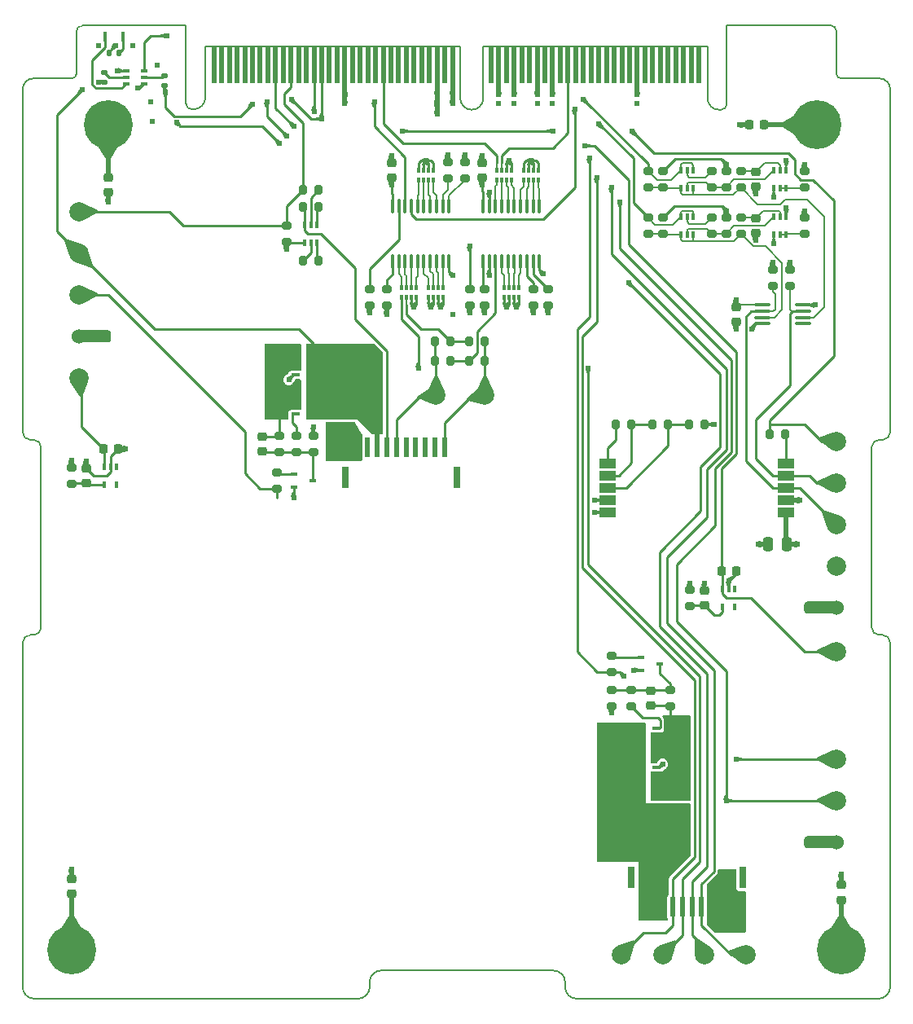
<source format=gtl>
G04 #@! TF.GenerationSoftware,KiCad,Pcbnew,7.0.1*
G04 #@! TF.CreationDate,2023-06-22T14:27:13-04:00*
G04 #@! TF.ProjectId,payload-interface-board,7061796c-6f61-4642-9d69-6e7465726661,B*
G04 #@! TF.SameCoordinates,Original*
G04 #@! TF.FileFunction,Copper,L1,Top*
G04 #@! TF.FilePolarity,Positive*
%FSLAX46Y46*%
G04 Gerber Fmt 4.6, Leading zero omitted, Abs format (unit mm)*
G04 Created by KiCad (PCBNEW 7.0.1) date 2023-06-22 14:27:13*
%MOMM*%
%LPD*%
G01*
G04 APERTURE LIST*
G04 Aperture macros list*
%AMRoundRect*
0 Rectangle with rounded corners*
0 $1 Rounding radius*
0 $2 $3 $4 $5 $6 $7 $8 $9 X,Y pos of 4 corners*
0 Add a 4 corners polygon primitive as box body*
4,1,4,$2,$3,$4,$5,$6,$7,$8,$9,$2,$3,0*
0 Add four circle primitives for the rounded corners*
1,1,$1+$1,$2,$3*
1,1,$1+$1,$4,$5*
1,1,$1+$1,$6,$7*
1,1,$1+$1,$8,$9*
0 Add four rect primitives between the rounded corners*
20,1,$1+$1,$2,$3,$4,$5,0*
20,1,$1+$1,$4,$5,$6,$7,0*
20,1,$1+$1,$6,$7,$8,$9,0*
20,1,$1+$1,$8,$9,$2,$3,0*%
%AMFreePoly0*
4,1,12,0.105238,2.379067,0.194454,2.319454,0.254067,2.230238,0.275000,2.125000,0.275000,-1.400000,-0.275000,-1.400000,-0.275000,2.125000,-0.254067,2.230238,-0.194454,2.319454,-0.105238,2.379067,0.000000,2.400000,0.105238,2.379067,0.105238,2.379067,$1*%
G04 Aperture macros list end*
G04 #@! TA.AperFunction,SMDPad,CuDef*
%ADD10FreePoly0,0.000000*%
G04 #@! TD*
G04 #@! TA.AperFunction,ComponentPad*
%ADD11C,2.000000*%
G04 #@! TD*
G04 #@! TA.AperFunction,SMDPad,CuDef*
%ADD12R,0.400000X0.650000*%
G04 #@! TD*
G04 #@! TA.AperFunction,SMDPad,CuDef*
%ADD13RoundRect,0.135000X-0.185000X0.135000X-0.185000X-0.135000X0.185000X-0.135000X0.185000X0.135000X0*%
G04 #@! TD*
G04 #@! TA.AperFunction,SMDPad,CuDef*
%ADD14RoundRect,0.225000X-0.225000X-0.250000X0.225000X-0.250000X0.225000X0.250000X-0.225000X0.250000X0*%
G04 #@! TD*
G04 #@! TA.AperFunction,ComponentPad*
%ADD15C,1.524000*%
G04 #@! TD*
G04 #@! TA.AperFunction,SMDPad,CuDef*
%ADD16RoundRect,0.317500X-1.587500X-0.317500X1.587500X-0.317500X1.587500X0.317500X-1.587500X0.317500X0*%
G04 #@! TD*
G04 #@! TA.AperFunction,SMDPad,CuDef*
%ADD17RoundRect,0.200000X-0.275000X0.200000X-0.275000X-0.200000X0.275000X-0.200000X0.275000X0.200000X0*%
G04 #@! TD*
G04 #@! TA.AperFunction,SMDPad,CuDef*
%ADD18RoundRect,0.200000X0.275000X-0.200000X0.275000X0.200000X-0.275000X0.200000X-0.275000X-0.200000X0*%
G04 #@! TD*
G04 #@! TA.AperFunction,SMDPad,CuDef*
%ADD19RoundRect,0.200000X-0.200000X-0.275000X0.200000X-0.275000X0.200000X0.275000X-0.200000X0.275000X0*%
G04 #@! TD*
G04 #@! TA.AperFunction,SMDPad,CuDef*
%ADD20RoundRect,0.225000X-0.250000X0.225000X-0.250000X-0.225000X0.250000X-0.225000X0.250000X0.225000X0*%
G04 #@! TD*
G04 #@! TA.AperFunction,SMDPad,CuDef*
%ADD21RoundRect,0.225000X0.250000X-0.225000X0.250000X0.225000X-0.250000X0.225000X-0.250000X-0.225000X0*%
G04 #@! TD*
G04 #@! TA.AperFunction,SMDPad,CuDef*
%ADD22R,0.969500X1.638000*%
G04 #@! TD*
G04 #@! TA.AperFunction,SMDPad,CuDef*
%ADD23R,0.969500X0.340000*%
G04 #@! TD*
G04 #@! TA.AperFunction,SMDPad,CuDef*
%ADD24R,2.455000X2.290000*%
G04 #@! TD*
G04 #@! TA.AperFunction,SMDPad,CuDef*
%ADD25RoundRect,0.200000X0.200000X0.275000X-0.200000X0.275000X-0.200000X-0.275000X0.200000X-0.275000X0*%
G04 #@! TD*
G04 #@! TA.AperFunction,SMDPad,CuDef*
%ADD26R,0.400000X0.500000*%
G04 #@! TD*
G04 #@! TA.AperFunction,SMDPad,CuDef*
%ADD27R,0.300000X0.500000*%
G04 #@! TD*
G04 #@! TA.AperFunction,SMDPad,CuDef*
%ADD28R,0.370000X1.000000*%
G04 #@! TD*
G04 #@! TA.AperFunction,SMDPad,CuDef*
%ADD29R,1.778000X1.016000*%
G04 #@! TD*
G04 #@! TA.AperFunction,SMDPad,CuDef*
%ADD30RoundRect,0.100000X0.100000X-0.637500X0.100000X0.637500X-0.100000X0.637500X-0.100000X-0.637500X0*%
G04 #@! TD*
G04 #@! TA.AperFunction,SMDPad,CuDef*
%ADD31R,0.700000X0.450000*%
G04 #@! TD*
G04 #@! TA.AperFunction,ComponentPad*
%ADD32C,5.080000*%
G04 #@! TD*
G04 #@! TA.AperFunction,SMDPad,CuDef*
%ADD33RoundRect,0.135000X-0.135000X-0.185000X0.135000X-0.185000X0.135000X0.185000X-0.135000X0.185000X0*%
G04 #@! TD*
G04 #@! TA.AperFunction,SMDPad,CuDef*
%ADD34R,0.600000X2.075000*%
G04 #@! TD*
G04 #@! TA.AperFunction,SMDPad,CuDef*
%ADD35R,0.800000X2.325000*%
G04 #@! TD*
G04 #@! TA.AperFunction,SMDPad,CuDef*
%ADD36RoundRect,0.100000X-0.712500X-0.100000X0.712500X-0.100000X0.712500X0.100000X-0.712500X0.100000X0*%
G04 #@! TD*
G04 #@! TA.AperFunction,SMDPad,CuDef*
%ADD37RoundRect,0.250000X0.250000X0.475000X-0.250000X0.475000X-0.250000X-0.475000X0.250000X-0.475000X0*%
G04 #@! TD*
G04 #@! TA.AperFunction,SMDPad,CuDef*
%ADD38RoundRect,0.317500X1.587500X0.317500X-1.587500X0.317500X-1.587500X-0.317500X1.587500X-0.317500X0*%
G04 #@! TD*
G04 #@! TA.AperFunction,SMDPad,CuDef*
%ADD39R,0.650000X0.400000*%
G04 #@! TD*
G04 #@! TA.AperFunction,ViaPad*
%ADD40C,0.609600*%
G04 #@! TD*
G04 #@! TA.AperFunction,Conductor*
%ADD41C,0.254000*%
G04 #@! TD*
G04 #@! TA.AperFunction,Conductor*
%ADD42C,0.250000*%
G04 #@! TD*
G04 #@! TA.AperFunction,Conductor*
%ADD43C,0.508000*%
G04 #@! TD*
G04 #@! TA.AperFunction,Conductor*
%ADD44C,0.203200*%
G04 #@! TD*
G04 #@! TA.AperFunction,Profile*
%ADD45C,0.200000*%
G04 #@! TD*
G04 APERTURE END LIST*
D10*
X60033839Y-68787167D03*
X60833839Y-68787167D03*
X61633839Y-68787167D03*
X62433839Y-68787167D03*
X63233839Y-68787167D03*
X64033839Y-68787167D03*
X64833839Y-68787167D03*
X65633839Y-68787167D03*
X66433839Y-68787167D03*
X67233839Y-68787167D03*
X68033839Y-68787167D03*
X68833839Y-68787167D03*
X69633839Y-68787167D03*
X70433839Y-68787167D03*
X71233839Y-68787167D03*
X72033839Y-68787167D03*
X72833839Y-68787167D03*
X73633839Y-68787167D03*
X74433839Y-68787167D03*
X75233839Y-68787167D03*
X76033839Y-68787167D03*
X76833839Y-68787167D03*
X77633839Y-68787167D03*
X78433839Y-68787167D03*
X79233839Y-68787167D03*
X80033839Y-68787167D03*
X80833839Y-68787167D03*
X81633839Y-68787167D03*
X82433839Y-68787167D03*
X83233839Y-68787167D03*
X84033839Y-68787167D03*
X84833839Y-68787167D03*
X88833839Y-68787167D03*
X89633839Y-68787167D03*
X90433839Y-68787167D03*
X91233839Y-68787167D03*
X92033839Y-68787167D03*
X92833839Y-68787167D03*
X93633839Y-68787167D03*
X94433839Y-68787167D03*
X95233839Y-68787167D03*
X96033839Y-68787167D03*
X96833839Y-68787167D03*
X97633839Y-68787167D03*
X98433839Y-68787167D03*
X99233839Y-68787167D03*
X100033839Y-68787167D03*
X100833839Y-68787167D03*
X101633839Y-68787167D03*
X102433839Y-68787167D03*
X103233839Y-68787167D03*
X104033839Y-68787167D03*
X104833839Y-68787167D03*
X105633839Y-68787167D03*
X106433839Y-68787167D03*
X107233839Y-68787167D03*
X108033839Y-68787167D03*
X108833839Y-68787167D03*
X109633839Y-68787167D03*
X110433839Y-68787167D03*
D11*
X124714000Y-144780000D03*
D12*
X69454000Y-86802000D03*
X70104000Y-86802000D03*
X70754000Y-86802000D03*
X70754000Y-84902000D03*
X70104000Y-84902000D03*
X69454000Y-84902000D03*
D13*
X54864000Y-69467000D03*
X54864000Y-70487000D03*
D11*
X45974000Y-83566000D03*
D13*
X48641000Y-69086000D03*
X48641000Y-70106000D03*
D14*
X48501000Y-108204000D03*
X50051000Y-108204000D03*
D11*
X45974000Y-92202000D03*
D15*
X124714000Y-124714000D03*
D16*
X123266200Y-124714000D03*
D17*
X88138000Y-91631000D03*
X88138000Y-93281000D03*
D18*
X101346000Y-131381000D03*
X101346000Y-129731000D03*
D19*
X105601000Y-105664000D03*
X107251000Y-105664000D03*
D11*
X124714000Y-120396000D03*
D17*
X76200000Y-91631000D03*
X76200000Y-93281000D03*
D18*
X114808001Y-85852000D03*
X114808001Y-84202000D03*
D17*
X119888000Y-89599000D03*
X119888000Y-91249000D03*
D11*
X110998000Y-160782000D03*
D12*
X114188000Y-122748000D03*
X113538000Y-122748000D03*
X112888000Y-122748000D03*
X112888000Y-124648000D03*
X114188000Y-124648000D03*
D11*
X83121000Y-102616000D03*
D18*
X105155999Y-85852000D03*
X105155999Y-84202000D03*
D20*
X125222000Y-153530000D03*
X125222000Y-155080000D03*
D21*
X46736000Y-111773000D03*
X46736000Y-110223000D03*
D17*
X106680000Y-84202000D03*
X106680000Y-85852000D03*
D12*
X118222000Y-85976999D03*
X118872000Y-85976999D03*
X119522000Y-85976999D03*
X119522000Y-84076999D03*
X118872000Y-84076999D03*
X118222000Y-84076999D03*
D20*
X116331999Y-84252000D03*
X116331999Y-85802000D03*
D17*
X66802000Y-106871000D03*
X66802000Y-108521000D03*
X118110000Y-89599000D03*
X118110000Y-91249000D03*
D19*
X69279000Y-81280000D03*
X70929000Y-81280000D03*
D11*
X88201000Y-102616000D03*
D18*
X105156000Y-81026001D03*
X105156000Y-79376001D03*
D21*
X110998000Y-124473000D03*
X110998000Y-122923000D03*
D22*
X106056250Y-138560000D03*
D23*
X106056250Y-137259000D03*
D24*
X103704500Y-138234000D03*
D25*
X70929000Y-83058000D03*
X69279000Y-83058000D03*
D26*
X82792000Y-79256000D03*
D27*
X82292000Y-79256000D03*
X81792000Y-79256000D03*
D26*
X81292000Y-79256000D03*
X81292000Y-80256000D03*
D27*
X81792000Y-80256000D03*
X82292000Y-80256000D03*
D26*
X82792000Y-80256000D03*
D22*
X106067250Y-142624000D03*
D23*
X106067250Y-141323000D03*
D24*
X103715500Y-142298000D03*
D17*
X113283999Y-79376000D03*
X113283999Y-81026000D03*
D28*
X48727000Y-65405000D03*
X50587000Y-65405000D03*
D20*
X65024000Y-106921000D03*
X65024000Y-108471000D03*
D11*
X124714000Y-116078000D03*
D29*
X119507000Y-114808000D03*
X119507000Y-113538000D03*
X119507000Y-112268000D03*
X119507000Y-110998000D03*
X119507000Y-109728000D03*
X100965000Y-109728000D03*
X100965000Y-110998000D03*
X100965000Y-112268000D03*
X100965000Y-113538000D03*
X100965000Y-114808000D03*
D11*
X45974000Y-100838000D03*
D12*
X118222000Y-81151000D03*
X118872000Y-81151000D03*
X119522000Y-81151000D03*
X119522000Y-79251000D03*
X118872000Y-79251000D03*
X118222000Y-79251000D03*
D11*
X115316000Y-160782000D03*
D17*
X106680000Y-79376000D03*
X106680000Y-81026000D03*
D30*
X78609000Y-88714500D03*
X79259000Y-88714500D03*
X79909000Y-88714500D03*
X80559000Y-88714500D03*
X81209000Y-88714500D03*
X81859000Y-88714500D03*
X82509000Y-88714500D03*
X83159000Y-88714500D03*
X83809000Y-88714500D03*
X84459000Y-88714500D03*
X84459000Y-82989500D03*
X83809000Y-82989500D03*
X83159000Y-82989500D03*
X82509000Y-82989500D03*
X81859000Y-82989500D03*
X81209000Y-82989500D03*
X80559000Y-82989500D03*
X79909000Y-82989500D03*
X79259000Y-82989500D03*
X78609000Y-82989500D03*
D25*
X84645000Y-99060000D03*
X82995000Y-99060000D03*
D11*
X102362000Y-160782000D03*
D17*
X45212000Y-110173000D03*
X45212000Y-111823000D03*
D31*
X68342000Y-110856000D03*
X68342000Y-112156000D03*
X70342000Y-111506000D03*
D32*
X49022000Y-74549000D03*
D21*
X105410000Y-134887000D03*
X105410000Y-133337000D03*
D14*
X112763000Y-120904000D03*
X114313000Y-120904000D03*
D21*
X87884000Y-80023000D03*
X87884000Y-78473000D03*
D32*
X125222000Y-160274000D03*
D11*
X45974000Y-87884000D03*
D33*
X49147000Y-67056000D03*
X50167000Y-67056000D03*
D34*
X104720000Y-155828500D03*
X105720000Y-155828500D03*
X106720000Y-155828500D03*
X107720000Y-155828500D03*
X108720000Y-155828500D03*
X109720000Y-155828500D03*
X110720000Y-155828500D03*
X111720000Y-155828500D03*
X112720000Y-155828500D03*
X113720000Y-155828500D03*
D35*
X103420000Y-152728500D03*
X115020000Y-152728500D03*
D31*
X104410000Y-129906000D03*
X104410000Y-131206000D03*
X106410000Y-130556000D03*
D17*
X111760001Y-84202000D03*
X111760001Y-85852000D03*
D36*
X117013500Y-93259000D03*
X117013500Y-93909000D03*
X117013500Y-94559000D03*
X117013500Y-95209000D03*
X121238500Y-95209000D03*
X121238500Y-94559000D03*
X121238500Y-93909000D03*
X121238500Y-93259000D03*
D15*
X124714000Y-149098000D03*
D16*
X123266200Y-149098000D03*
D20*
X45212000Y-152895000D03*
X45212000Y-154445000D03*
X114300000Y-93459000D03*
X114300000Y-95009000D03*
D25*
X70929000Y-88646000D03*
X69279000Y-88646000D03*
D18*
X103378000Y-134937000D03*
X103378000Y-133287000D03*
D19*
X109411000Y-105664000D03*
X111061000Y-105664000D03*
D17*
X77978000Y-91631000D03*
X77978000Y-93281000D03*
D11*
X124714000Y-111760000D03*
D17*
X111760001Y-79375999D03*
X111760001Y-81025999D03*
D34*
X84002000Y-108044500D03*
X83002000Y-108044500D03*
X82002000Y-108044500D03*
X81002000Y-108044500D03*
X80002000Y-108044500D03*
X79002000Y-108044500D03*
X78002000Y-108044500D03*
X77002000Y-108044500D03*
X76002000Y-108044500D03*
X75002000Y-108044500D03*
D35*
X85302000Y-111144500D03*
X73702000Y-111144500D03*
D26*
X82308000Y-92448000D03*
D27*
X82808000Y-92448000D03*
X83308000Y-92448000D03*
D26*
X83808000Y-92448000D03*
X83808000Y-91448000D03*
D27*
X83308000Y-91448000D03*
X82808000Y-91448000D03*
D26*
X82308000Y-91448000D03*
X91682000Y-91448000D03*
D27*
X91182000Y-91448000D03*
X90682000Y-91448000D03*
D26*
X90182000Y-91448000D03*
X90182000Y-92448000D03*
D27*
X90682000Y-92448000D03*
X91182000Y-92448000D03*
D26*
X91682000Y-92448000D03*
D11*
X124714000Y-107442000D03*
D19*
X86551000Y-97028000D03*
X88201000Y-97028000D03*
D17*
X70358000Y-106871000D03*
X70358000Y-108521000D03*
D32*
X45212000Y-160274000D03*
D17*
X84328000Y-78423000D03*
X84328000Y-80073000D03*
D12*
X49926000Y-110048000D03*
X49276000Y-110048000D03*
X48626000Y-110048000D03*
X48626000Y-111948000D03*
X49926000Y-111948000D03*
D17*
X86614000Y-91631000D03*
X86614000Y-93281000D03*
D12*
X108569999Y-81151000D03*
X109219999Y-81151000D03*
X109869999Y-81151000D03*
X109869999Y-79251000D03*
X109219999Y-79251000D03*
X108569999Y-79251000D03*
D11*
X124714000Y-140462000D03*
X106680000Y-160782000D03*
D25*
X84645000Y-97028000D03*
X82995000Y-97028000D03*
D37*
X119568000Y-118110000D03*
X117668000Y-118110000D03*
D17*
X68580000Y-106871000D03*
X68580000Y-108521000D03*
X86106000Y-78423000D03*
X86106000Y-80073000D03*
D26*
X92214000Y-80248000D03*
D27*
X92714000Y-80248000D03*
X93214000Y-80248000D03*
D26*
X93714000Y-80248000D03*
X93714000Y-79248000D03*
D27*
X93214000Y-79248000D03*
X92714000Y-79248000D03*
D26*
X92214000Y-79248000D03*
D17*
X93218000Y-91631000D03*
X93218000Y-93281000D03*
D19*
X117793000Y-106680000D03*
X119443000Y-106680000D03*
D18*
X67564000Y-86677000D03*
X67564000Y-85027000D03*
D20*
X116332000Y-79426000D03*
X116332000Y-80976000D03*
D18*
X66548000Y-112331000D03*
X66548000Y-110681000D03*
D22*
X68495750Y-103306001D03*
D23*
X68495750Y-104607001D03*
D24*
X70847500Y-103632001D03*
D26*
X79514000Y-92448000D03*
D27*
X80014000Y-92448000D03*
X80514000Y-92448000D03*
D26*
X81014000Y-92448000D03*
X81014000Y-91448000D03*
D27*
X80514000Y-91448000D03*
X80014000Y-91448000D03*
D26*
X79514000Y-91448000D03*
D17*
X109474000Y-122873000D03*
X109474000Y-124523000D03*
D22*
X68484749Y-99242000D03*
D23*
X68484749Y-100543000D03*
D24*
X70836499Y-99568000D03*
D18*
X101346000Y-134937000D03*
X101346000Y-133287000D03*
D14*
X115671000Y-74536000D03*
X117221000Y-74536000D03*
D17*
X121412000Y-79376000D03*
X121412000Y-81026000D03*
X94742000Y-91631000D03*
X94742000Y-93281000D03*
D18*
X114808000Y-81026000D03*
X114808000Y-79376000D03*
D30*
X88007000Y-88714500D03*
X88657000Y-88714500D03*
X89307000Y-88714500D03*
X89957000Y-88714500D03*
X90607000Y-88714500D03*
X91257000Y-88714500D03*
X91907000Y-88714500D03*
X92557000Y-88714500D03*
X93207000Y-88714500D03*
X93857000Y-88714500D03*
X93857000Y-82989500D03*
X93207000Y-82989500D03*
X92557000Y-82989500D03*
X91907000Y-82989500D03*
X91257000Y-82989500D03*
X90607000Y-82989500D03*
X89957000Y-82989500D03*
X89307000Y-82989500D03*
X88657000Y-82989500D03*
X88007000Y-82989500D03*
D18*
X107442000Y-134937000D03*
X107442000Y-133287000D03*
D19*
X101791000Y-105664000D03*
X103441000Y-105664000D03*
D15*
X45974000Y-96520000D03*
D38*
X47421800Y-96520000D03*
D17*
X121412000Y-84202000D03*
X121412000Y-85852000D03*
X113284000Y-84202000D03*
X113284000Y-85852000D03*
D39*
X50876000Y-68946000D03*
X50876000Y-69596000D03*
X50876000Y-70246000D03*
X52776000Y-70246000D03*
X52776000Y-69596000D03*
X52776000Y-68946000D03*
D11*
X124714000Y-129286000D03*
D26*
X89420000Y-80256000D03*
D27*
X89920000Y-80256000D03*
X90420000Y-80256000D03*
D26*
X90920000Y-80256000D03*
X90920000Y-79256000D03*
D27*
X90420000Y-79256000D03*
X89920000Y-79256000D03*
D26*
X89420000Y-79256000D03*
D32*
X122682000Y-74549000D03*
D12*
X108570000Y-85977000D03*
X109220000Y-85977000D03*
X109870000Y-85977000D03*
X109870000Y-84077000D03*
X109220000Y-84077000D03*
X108570000Y-84077000D03*
D21*
X49022000Y-81547000D03*
X49022000Y-79997000D03*
X78486000Y-80023000D03*
X78486000Y-78473000D03*
D19*
X86551000Y-99060000D03*
X88201000Y-99060000D03*
D40*
X54991000Y-71120000D03*
X64008000Y-72390000D03*
X48011492Y-70104000D03*
X113284000Y-152654000D03*
X104033820Y-71374000D03*
X80772000Y-93472000D03*
X93218000Y-94030000D03*
X87884000Y-77724000D03*
X67564000Y-87426000D03*
X72390000Y-105918000D03*
X74930000Y-106680000D03*
X73633839Y-72283834D03*
X82042000Y-78232000D03*
X112014000Y-105664000D03*
X90678000Y-78232000D03*
X50800000Y-108204000D03*
X49022000Y-82550000D03*
X99568000Y-114808000D03*
X125222000Y-152400000D03*
X119522000Y-83185999D03*
X78486000Y-77724000D03*
X113284000Y-157480000D03*
X112776000Y-153416000D03*
X92964000Y-78224000D03*
X116331999Y-86551000D03*
X114668000Y-74536000D03*
X74422000Y-105918000D03*
X95233839Y-72283834D03*
X91440000Y-93472000D03*
X68326000Y-113284000D03*
X54102000Y-68326000D03*
X88138000Y-94030000D03*
X120904000Y-113538000D03*
X49974721Y-68903212D03*
X84328000Y-77674000D03*
X46736000Y-109474000D03*
X104033820Y-72283820D03*
X118222000Y-82042000D03*
X99568000Y-113538000D03*
X90424000Y-93472000D03*
X113538000Y-121920000D03*
X73908517Y-106687743D03*
X114554000Y-157480000D03*
X89633839Y-72283834D03*
X95233839Y-71374014D03*
X94234000Y-90043500D03*
X72898000Y-106680000D03*
X82550000Y-93472000D03*
X115950500Y-95758000D03*
X86106000Y-77674000D03*
X83566000Y-93472000D03*
X84836000Y-90170000D03*
X91233839Y-72283834D03*
X116586000Y-118110000D03*
X73406000Y-105918000D03*
X73633839Y-71374014D03*
X114300000Y-95758000D03*
X113284000Y-154178000D03*
X119522000Y-78232000D03*
X118222000Y-86867999D03*
X112268000Y-157480000D03*
X110998000Y-122174000D03*
X113792000Y-153416000D03*
X112268000Y-154178000D03*
X89633839Y-71374014D03*
X52070000Y-70739000D03*
X91233839Y-71374014D03*
X116332000Y-81725000D03*
X103632000Y-131206000D03*
X86614000Y-94030000D03*
X94742000Y-94030000D03*
X45212000Y-151892000D03*
X76200000Y-94030000D03*
X66040000Y-100584000D03*
X66040000Y-103632000D03*
X66040000Y-98552000D03*
X66040000Y-102616000D03*
X66040000Y-101600000D03*
X83233820Y-71374000D03*
X66802000Y-98044000D03*
X66802000Y-99060000D03*
X83233820Y-72333820D03*
X66802000Y-102108000D03*
X66802000Y-104140000D03*
X83233820Y-73406000D03*
X66802000Y-101092000D03*
X66040000Y-99568000D03*
X66802000Y-103124000D03*
X66802000Y-100076000D03*
X98433839Y-71882000D03*
X100033839Y-74422000D03*
X98552000Y-76708000D03*
X70433839Y-73152000D03*
X81280000Y-99822000D03*
X98932500Y-99822000D03*
X103124000Y-90932000D03*
X88646000Y-90170000D03*
X68326000Y-74676000D03*
X99822000Y-80010000D03*
X101346000Y-81026000D03*
X67564000Y-75692000D03*
X65532000Y-72136000D03*
X102616000Y-131826000D03*
X99060000Y-77978000D03*
X114300000Y-140462000D03*
X107696000Y-139192000D03*
X108458000Y-138684000D03*
X107696000Y-140208000D03*
X93633839Y-71374014D03*
X107696000Y-141224000D03*
X108458000Y-140716000D03*
X107696000Y-143256000D03*
X108458000Y-142748000D03*
X93633839Y-72283834D03*
X107696000Y-142240000D03*
X107696000Y-137160000D03*
X107696000Y-138176000D03*
X108458000Y-139700000D03*
X108458000Y-137668000D03*
X108458000Y-141732000D03*
X76708000Y-72136000D03*
X97536000Y-72898000D03*
X84836000Y-94234000D03*
X53594000Y-74168000D03*
X118110000Y-88850000D03*
X121412000Y-83453000D03*
X120650000Y-118110000D03*
X113284000Y-83453000D03*
X48008000Y-66294000D03*
X78486000Y-80772000D03*
X121412000Y-78627000D03*
X84833820Y-71374000D03*
X122580900Y-93259000D03*
X113283999Y-78627000D03*
X87884000Y-80772000D03*
X84833820Y-72283820D03*
X109474000Y-122174000D03*
X77978000Y-94234000D03*
X119888000Y-88850000D03*
X114300000Y-92710000D03*
X45212000Y-109424000D03*
X49778290Y-66280714D03*
X46355000Y-70866000D03*
X56134000Y-74292500D03*
X102237500Y-82550000D03*
X113284000Y-144780000D03*
X109220000Y-145796000D03*
X66802000Y-76454000D03*
X67818000Y-101023874D03*
X70358000Y-105918000D03*
X106680000Y-140967023D03*
X101346000Y-135636000D03*
X86614000Y-87122000D03*
X88646000Y-81534000D03*
X55118000Y-65278000D03*
X95250000Y-75184000D03*
X53467000Y-72136000D03*
X103505000Y-75184000D03*
X79629000Y-75184000D03*
X68072000Y-71882000D03*
X71247000Y-73914000D03*
X51562000Y-66294000D03*
D41*
X108720000Y-152900000D02*
X108720000Y-155828500D01*
X110490000Y-151130000D02*
X108720000Y-152900000D01*
X110490000Y-131826000D02*
X110490000Y-151130000D01*
X98932500Y-99822000D02*
X98933000Y-99822500D01*
X98933000Y-120269000D02*
X110490000Y-131826000D01*
X98933000Y-99822500D02*
X98933000Y-120269000D01*
X99885000Y-131381000D02*
X101346000Y-131381000D01*
X97790000Y-129286000D02*
X99885000Y-131381000D01*
X97790000Y-95758000D02*
X97790000Y-129286000D01*
X99060000Y-94488000D02*
X97790000Y-95758000D01*
X99060000Y-77978000D02*
X99060000Y-94488000D01*
X98298000Y-120550300D02*
X98298000Y-96520000D01*
X109982000Y-132234300D02*
X98298000Y-120550300D01*
X98298000Y-96520000D02*
X99822000Y-94996000D01*
X99822000Y-94996000D02*
X99822000Y-80010000D01*
X109982000Y-150622000D02*
X109982000Y-132234300D01*
X107720000Y-155828500D02*
X107720000Y-152884000D01*
X107720000Y-152884000D02*
X109982000Y-150622000D01*
X109720000Y-153170000D02*
X109720000Y-155828500D01*
X111252000Y-151638000D02*
X109720000Y-153170000D01*
X106362500Y-126682500D02*
X111252000Y-131572000D01*
X111252000Y-131572000D02*
X111252000Y-151638000D01*
X110617000Y-114681000D02*
X106362500Y-118935500D01*
X112649000Y-100457000D02*
X112649000Y-108077000D01*
X112649000Y-108077000D02*
X110617000Y-110109000D01*
X110617000Y-110109000D02*
X110617000Y-114681000D01*
X106362500Y-118935500D02*
X106362500Y-126682500D01*
X103124000Y-90932000D02*
X112649000Y-100457000D01*
X101346000Y-88011000D02*
X101346000Y-81026000D01*
X113284000Y-99949000D02*
X101346000Y-88011000D01*
X113284000Y-108331000D02*
X113284000Y-99949000D01*
X111252000Y-115316000D02*
X111252000Y-110363000D01*
X111252000Y-110363000D02*
X113284000Y-108331000D01*
X107121539Y-119446461D02*
X111252000Y-115316000D01*
X112014000Y-152146000D02*
X112014000Y-131196922D01*
X110720000Y-153440000D02*
X112014000Y-152146000D01*
X112014000Y-131196922D02*
X107121539Y-126304461D01*
X110720000Y-155828500D02*
X110720000Y-153440000D01*
X107121539Y-126304461D02*
X107121539Y-119446461D01*
X102237500Y-87376000D02*
X102237500Y-82550000D01*
X113842800Y-98981300D02*
X102237500Y-87376000D01*
X113842800Y-108534200D02*
X113842800Y-98981300D01*
X112141000Y-110236000D02*
X113842800Y-108534200D01*
X112141000Y-116205000D02*
X112141000Y-110236000D01*
X108140500Y-126174500D02*
X108140500Y-120205500D01*
X113284000Y-131318000D02*
X108140500Y-126174500D01*
X108140500Y-120205500D02*
X112141000Y-116205000D01*
X113284000Y-144780000D02*
X113284000Y-131318000D01*
X99568000Y-76708000D02*
X98552000Y-76708000D01*
X103124000Y-80264000D02*
X99568000Y-76708000D01*
X103124000Y-86995000D02*
X103124000Y-80264000D01*
X114300000Y-108723578D02*
X114300000Y-98171000D01*
X112763000Y-110260578D02*
X114300000Y-108723578D01*
X112763000Y-120904000D02*
X112763000Y-110260578D01*
X114300000Y-98171000D02*
X103124000Y-86995000D01*
D42*
X48013492Y-70106000D02*
X48641000Y-70106000D01*
X54991000Y-71120000D02*
X54991000Y-72771000D01*
X48011492Y-70104000D02*
X48013492Y-70106000D01*
X54864000Y-70487000D02*
X54864000Y-70993000D01*
X54991000Y-72771000D02*
X55880000Y-73660000D01*
X55880000Y-73660000D02*
X62738000Y-73660000D01*
X54864000Y-70993000D02*
X54991000Y-71120000D01*
X62738000Y-73660000D02*
X64008000Y-72390000D01*
X112522000Y-125476000D02*
X112001000Y-125476000D01*
X112888000Y-125110000D02*
X112522000Y-125476000D01*
X112888000Y-124648000D02*
X112888000Y-125110000D01*
X112001000Y-125476000D02*
X110998000Y-124473000D01*
X110998000Y-124473000D02*
X109524000Y-124473000D01*
D41*
X48626000Y-111948000D02*
X46911000Y-111948000D01*
X46736000Y-111773000D02*
X45262000Y-111773000D01*
X82792000Y-79256000D02*
X82792000Y-78474000D01*
X75002000Y-108044500D02*
X75002000Y-106752000D01*
X81292000Y-78474000D02*
X81292000Y-79256000D01*
X82292000Y-79256000D02*
X82292000Y-78482000D01*
X92964000Y-78224000D02*
X92714000Y-78474000D01*
X81792000Y-78482000D02*
X81792000Y-79256000D01*
X82042000Y-78232000D02*
X81792000Y-78482000D01*
X100965000Y-114808000D02*
X99568000Y-114808000D01*
D42*
X50876000Y-68946000D02*
X50017509Y-68946000D01*
D43*
X73633839Y-68787167D02*
X73633839Y-71374014D01*
D41*
X82792000Y-78474000D02*
X82550000Y-78232000D01*
D44*
X118222000Y-82042000D02*
X118222000Y-81151000D01*
D41*
X47511000Y-110998000D02*
X48861400Y-110998000D01*
X82550000Y-78232000D02*
X82042000Y-78232000D01*
X91682000Y-93230000D02*
X91440000Y-93472000D01*
D43*
X89633839Y-68787167D02*
X89633839Y-71374014D01*
X125222000Y-153530000D02*
X125222000Y-152400000D01*
X91233839Y-68787167D02*
X91233839Y-71374014D01*
X86106000Y-78423000D02*
X86106000Y-77674000D01*
D42*
X52070000Y-70739000D02*
X52283000Y-70739000D01*
D43*
X50051000Y-108204000D02*
X50800000Y-108204000D01*
D41*
X91182000Y-92448000D02*
X91182000Y-93214000D01*
D42*
X82308000Y-93230000D02*
X82550000Y-93472000D01*
D43*
X84328000Y-78423000D02*
X84328000Y-77674000D01*
D44*
X119522000Y-83185999D02*
X119522000Y-84076999D01*
D41*
X92964000Y-78224000D02*
X92456000Y-78224000D01*
D42*
X68342000Y-113268000D02*
X68326000Y-113284000D01*
D41*
X93214000Y-78474000D02*
X92964000Y-78224000D01*
D43*
X73633839Y-71374014D02*
X73633839Y-72283834D01*
D42*
X83308000Y-92448000D02*
X83308000Y-93214000D01*
D41*
X82042000Y-78232000D02*
X81534000Y-78232000D01*
D42*
X81014000Y-93230000D02*
X80772000Y-93472000D01*
D41*
X46736000Y-110223000D02*
X47511000Y-110998000D01*
X93214000Y-79248000D02*
X93214000Y-78474000D01*
D42*
X81014000Y-92448000D02*
X81014000Y-93230000D01*
D41*
X84459000Y-89793000D02*
X84836000Y-90170000D01*
X69454000Y-86802000D02*
X67689000Y-86802000D01*
X115950500Y-95758000D02*
X115950500Y-95631500D01*
D43*
X119507000Y-113538000D02*
X120904000Y-113538000D01*
D41*
X90182000Y-92448000D02*
X90182000Y-93230000D01*
D42*
X50017509Y-68946000D02*
X49974721Y-68903212D01*
X110998000Y-122923000D02*
X110998000Y-122174000D01*
D41*
X92714000Y-78474000D02*
X92714000Y-79248000D01*
D42*
X82808000Y-93214000D02*
X82550000Y-93472000D01*
X80514000Y-93214000D02*
X80772000Y-93472000D01*
X83808000Y-93230000D02*
X83566000Y-93472000D01*
X83308000Y-93214000D02*
X83566000Y-93472000D01*
D41*
X90920000Y-78474000D02*
X90920000Y-79256000D01*
X90420000Y-78490000D02*
X90420000Y-79256000D01*
D43*
X95233839Y-68787167D02*
X95233839Y-71374014D01*
D42*
X113538000Y-122748000D02*
X113538000Y-121920000D01*
D41*
X49276000Y-110583400D02*
X49276000Y-110048000D01*
D43*
X94742000Y-93281000D02*
X94742000Y-94030000D01*
D41*
X91182000Y-93214000D02*
X91440000Y-93472000D01*
X48861400Y-110998000D02*
X49276000Y-110583400D01*
X91682000Y-92448000D02*
X91682000Y-93230000D01*
D43*
X78486000Y-78473000D02*
X78486000Y-77724000D01*
X45212000Y-152895000D02*
X45212000Y-151892000D01*
D42*
X82808000Y-92448000D02*
X82808000Y-93214000D01*
X114313000Y-121145000D02*
X113538000Y-121920000D01*
D41*
X75002000Y-106752000D02*
X74930000Y-106680000D01*
X90678000Y-78232000D02*
X90920000Y-78474000D01*
D43*
X86614000Y-93281000D02*
X86614000Y-94030000D01*
D42*
X111061000Y-105664000D02*
X112014000Y-105664000D01*
D43*
X114300000Y-95009000D02*
X114300000Y-95758000D01*
D41*
X90182000Y-93230000D02*
X90424000Y-93472000D01*
D43*
X88138000Y-93281000D02*
X88138000Y-94030000D01*
D42*
X80514000Y-92448000D02*
X80514000Y-93214000D01*
D41*
X49276000Y-110048001D02*
X49276000Y-108978999D01*
D43*
X93218000Y-93281000D02*
X93218000Y-94030000D01*
D41*
X115950500Y-95631500D02*
X116373000Y-95209000D01*
X81534000Y-78232000D02*
X81292000Y-78474000D01*
X90682000Y-92448000D02*
X90682000Y-93214000D01*
X90678000Y-78232000D02*
X90420000Y-78490000D01*
X93714000Y-78466000D02*
X93472000Y-78224000D01*
X93472000Y-78224000D02*
X92964000Y-78224000D01*
D43*
X49022000Y-81547000D02*
X49022000Y-82550000D01*
D41*
X93857000Y-89666500D02*
X93857000Y-88714500D01*
X82292000Y-78482000D02*
X82042000Y-78232000D01*
X84459000Y-88714500D02*
X84459000Y-89793000D01*
X92456000Y-78224000D02*
X92214000Y-78466000D01*
D42*
X82308000Y-92448000D02*
X82308000Y-93230000D01*
D43*
X104033820Y-68787153D02*
X104033820Y-71374000D01*
D44*
X118222000Y-86867999D02*
X118222000Y-85976999D01*
D43*
X67564000Y-86677000D02*
X67564000Y-87426000D01*
D41*
X92214000Y-78466000D02*
X92214000Y-79248000D01*
D42*
X68342000Y-112156000D02*
X68342000Y-113268000D01*
D43*
X76200000Y-93281000D02*
X76200000Y-94030000D01*
D42*
X103632000Y-131206000D02*
X104410000Y-131206000D01*
D43*
X46736000Y-110223000D02*
X46736000Y-109474000D01*
D41*
X93714000Y-79248000D02*
X93714000Y-78466000D01*
D44*
X119522000Y-78232000D02*
X119522000Y-79251000D01*
D41*
X49276000Y-108978999D02*
X50051000Y-108204000D01*
D42*
X83808000Y-92448000D02*
X83808000Y-93230000D01*
D41*
X90682000Y-93214000D02*
X90424000Y-93472000D01*
D43*
X87884000Y-78473000D02*
X87884000Y-77724000D01*
D41*
X100965000Y-113538000D02*
X99568000Y-113538000D01*
D43*
X116331999Y-85802000D02*
X116331999Y-86551000D01*
D41*
X94234000Y-90043500D02*
X93857000Y-89666500D01*
D43*
X117668000Y-118110000D02*
X116586000Y-118110000D01*
X116332000Y-80976000D02*
X116332000Y-81725000D01*
D42*
X52283000Y-70739000D02*
X52776000Y-70246000D01*
D43*
X115671000Y-74536000D02*
X114668000Y-74536000D01*
X83233820Y-68787153D02*
X83233820Y-72333820D01*
X83233820Y-73406000D02*
X83233820Y-72333820D01*
D41*
X66802000Y-106871000D02*
X66802000Y-104902000D01*
D43*
X83233820Y-68787153D02*
X83233820Y-71374000D01*
D42*
X65024000Y-106921000D02*
X66752000Y-106921000D01*
D44*
X108569999Y-79251000D02*
X108569999Y-78628001D01*
X108569999Y-78628001D02*
X108712000Y-78486000D01*
X107525199Y-80295800D02*
X108569999Y-79251000D01*
X106075799Y-80295800D02*
X107525199Y-80295800D01*
X105156000Y-79376001D02*
X106075799Y-80295800D01*
X109640399Y-78486000D02*
X109869999Y-78715600D01*
X108712000Y-78486000D02*
X109640399Y-78486000D01*
X109869999Y-78715600D02*
X109869999Y-79251000D01*
D41*
X105156000Y-78604161D02*
X105156000Y-79376001D01*
X98433839Y-71882000D02*
X105156000Y-78604161D01*
X103632000Y-78020161D02*
X103632000Y-82678001D01*
X100033839Y-74422000D02*
X103632000Y-78020161D01*
D44*
X109768400Y-83447200D02*
X108712000Y-83447200D01*
X105860799Y-84906800D02*
X107740200Y-84906800D01*
X108712000Y-83447200D02*
X108570000Y-83589200D01*
X108570000Y-83589200D02*
X108570000Y-84077000D01*
D41*
X103632000Y-82678001D02*
X105155999Y-84202000D01*
D44*
X109870000Y-84077000D02*
X109870000Y-83548800D01*
X107740200Y-84906800D02*
X108570000Y-84077000D01*
X105155999Y-84202000D02*
X105860799Y-84906800D01*
X109870000Y-83548800D02*
X109768400Y-83447200D01*
D41*
X112888000Y-122748000D02*
X112888000Y-121029000D01*
X112888000Y-123279400D02*
X112888000Y-122748000D01*
X113306600Y-123698000D02*
X112888000Y-123279400D01*
X115824000Y-123698000D02*
X113306600Y-123698000D01*
X121412000Y-129286000D02*
X115824000Y-123698000D01*
X124714000Y-129286000D02*
X121412000Y-129286000D01*
X46228000Y-105931000D02*
X46228000Y-102870000D01*
X48626000Y-110048000D02*
X48626001Y-108329000D01*
X70433839Y-73152000D02*
X70433839Y-68787167D01*
X48501000Y-108204000D02*
X46228000Y-105931000D01*
X46228000Y-102870000D02*
X46228000Y-101092000D01*
D43*
X49022000Y-79997000D02*
X49022000Y-74549000D01*
D41*
X81280000Y-99822000D02*
X81280000Y-96520000D01*
D42*
X108720000Y-158742000D02*
X106680000Y-160782000D01*
X108720000Y-155828500D02*
X108720000Y-158742000D01*
D41*
X81280000Y-96520000D02*
X79514000Y-94754000D01*
X79514000Y-94754000D02*
X79514000Y-92448000D01*
X88646000Y-90170000D02*
X88646000Y-88725500D01*
D42*
X109720000Y-155828500D02*
X109720000Y-158742000D01*
X109720000Y-158742000D02*
X110998000Y-160020000D01*
X102362000Y-160782000D02*
X104648000Y-158496000D01*
X66433839Y-72783839D02*
X68326000Y-74676000D01*
X107720000Y-157710000D02*
X107720000Y-155828500D01*
X66433839Y-68787167D02*
X66433839Y-72783839D01*
X106934000Y-158496000D02*
X107720000Y-157710000D01*
X104648000Y-158496000D02*
X106934000Y-158496000D01*
X113792000Y-160782000D02*
X110720000Y-157710000D01*
X115316000Y-160782000D02*
X113792000Y-160782000D01*
D41*
X65532000Y-72136000D02*
X65532000Y-73660000D01*
X65532000Y-73660000D02*
X67564000Y-75692000D01*
D42*
X110720000Y-157710000D02*
X110720000Y-155828500D01*
D41*
X45974000Y-92202000D02*
X49022000Y-92202000D01*
X64833000Y-112331000D02*
X66294000Y-112331000D01*
X49022000Y-92202000D02*
X63246000Y-106426000D01*
X66548000Y-113284000D02*
X66548000Y-112331000D01*
X63246000Y-110744000D02*
X64833000Y-112331000D01*
X63246000Y-106426000D02*
X63246000Y-110744000D01*
D43*
X45212000Y-154445000D02*
X45212000Y-160274000D01*
D41*
X101346000Y-131381000D02*
X102171000Y-131381000D01*
X114300000Y-140462000D02*
X124714000Y-140462000D01*
X102171000Y-131381000D02*
X102616000Y-131826000D01*
D42*
X70342000Y-111506000D02*
X70342000Y-108537000D01*
X70358000Y-108521000D02*
X65074000Y-108521000D01*
D41*
X107442000Y-134937000D02*
X107442000Y-136906000D01*
D42*
X105410000Y-134887000D02*
X107392000Y-134887000D01*
D43*
X93633839Y-68787167D02*
X93633839Y-71374014D01*
D42*
X107442000Y-133287000D02*
X107442000Y-132588000D01*
X107442000Y-132588000D02*
X106410000Y-131556000D01*
X103378000Y-133287000D02*
X107442000Y-133287000D01*
X103378000Y-133287000D02*
X101346000Y-133287000D01*
X106410000Y-131556000D02*
X106410000Y-130556000D01*
D41*
X76708000Y-72136000D02*
X76708000Y-74663373D01*
X76708000Y-74663373D02*
X79909000Y-77864373D01*
X79909000Y-77864373D02*
X79909000Y-82989500D01*
X79665831Y-76454000D02*
X77633831Y-74422000D01*
D44*
X89408000Y-78994000D02*
X89408000Y-78486000D01*
D41*
X77633831Y-74422000D02*
X77633831Y-68787155D01*
X89408000Y-77748000D02*
X89408000Y-78486000D01*
X89420000Y-77736000D02*
X88138000Y-76454000D01*
X89420000Y-77736000D02*
X89408000Y-77748000D01*
X88138000Y-76454000D02*
X79665831Y-76454000D01*
D44*
X118753199Y-83447199D02*
X118872000Y-83566000D01*
X118872000Y-83566000D02*
X118872000Y-84076999D01*
X117136800Y-83447199D02*
X118753199Y-83447199D01*
X116331999Y-84252000D02*
X117136800Y-83447199D01*
X114808001Y-84202000D02*
X116281999Y-84202000D01*
D41*
X97536000Y-81026000D02*
X97536000Y-72898000D01*
X80559000Y-82989500D02*
X80559000Y-83861000D01*
X80559000Y-83861000D02*
X81026000Y-84328000D01*
X81026000Y-84328000D02*
X94234000Y-84328000D01*
X94234000Y-84328000D02*
X97536000Y-81026000D01*
D44*
X89916000Y-78994000D02*
X89916000Y-78486000D01*
D41*
X96833839Y-75378161D02*
X95250000Y-76962000D01*
X89916000Y-77724000D02*
X89916000Y-78486000D01*
X96833839Y-68787167D02*
X96833839Y-75378161D01*
X95250000Y-76962000D02*
X90678000Y-76962000D01*
X90678000Y-76962000D02*
X89916000Y-77724000D01*
X88007000Y-81534000D02*
X88007000Y-82989500D01*
D43*
X77978000Y-93281000D02*
X77978000Y-94234000D01*
X113284000Y-84202000D02*
X113284000Y-83453000D01*
D41*
X106680000Y-84202000D02*
X107866600Y-83015400D01*
X107866600Y-83015400D02*
X112846400Y-83015400D01*
D43*
X119568000Y-118110000D02*
X120650000Y-118110000D01*
X121412000Y-79376000D02*
X121412000Y-78627000D01*
X119888000Y-89599000D02*
X119888000Y-88850000D01*
D44*
X122580900Y-93259000D02*
X121238500Y-93259000D01*
D43*
X118110000Y-89599000D02*
X118110000Y-88850000D01*
D41*
X112711199Y-78054200D02*
X113283999Y-78627000D01*
D44*
X117013500Y-93259000D02*
X114500000Y-93259000D01*
D43*
X84833820Y-72025180D02*
X84833820Y-68787153D01*
X87884000Y-80023000D02*
X87884000Y-80772000D01*
X45212000Y-110173000D02*
X45212000Y-109424000D01*
D41*
X87884000Y-81411000D02*
X87884000Y-80023000D01*
D43*
X121412000Y-84202000D02*
X121412000Y-83453000D01*
D41*
X106680000Y-79376000D02*
X108001800Y-78054200D01*
D43*
X78486000Y-80023000D02*
X78486000Y-80772000D01*
D42*
X109474000Y-122873000D02*
X109474000Y-122174000D01*
D41*
X112846400Y-83015400D02*
X113284000Y-83453000D01*
D43*
X113283999Y-79376000D02*
X113283999Y-78627000D01*
D41*
X108001800Y-78054200D02*
X112711199Y-78054200D01*
D43*
X114300000Y-93459000D02*
X114300000Y-92710000D01*
D41*
X78486000Y-81665000D02*
X78486000Y-80023000D01*
D43*
X119507000Y-118049000D02*
X119507000Y-114808000D01*
D41*
X78609000Y-81788000D02*
X78609000Y-82989500D01*
X88007000Y-81534000D02*
X87884000Y-81411000D01*
X78609000Y-81788000D02*
X78486000Y-81665000D01*
D43*
X84833820Y-68787153D02*
X84833820Y-71374000D01*
D44*
X80010000Y-93218000D02*
X80018800Y-93209200D01*
D41*
X80010000Y-94234000D02*
X80010000Y-93218000D01*
X83375000Y-95758000D02*
X81534000Y-95758000D01*
X81534000Y-95758000D02*
X80010000Y-94234000D01*
X84645000Y-97028000D02*
X83375000Y-95758000D01*
D44*
X80018800Y-93209200D02*
X80018800Y-92448000D01*
D41*
X86551000Y-97028000D02*
X84645000Y-97028000D01*
X87376000Y-98235000D02*
X87376000Y-96012000D01*
X84645000Y-99060000D02*
X86551000Y-99060000D01*
X89307000Y-94081000D02*
X89307000Y-88714500D01*
X86551000Y-99060000D02*
X87376000Y-98235000D01*
X87376000Y-96012000D02*
X89307000Y-94081000D01*
D44*
X86106000Y-80264000D02*
X84459000Y-81911000D01*
X84459000Y-81911000D02*
X84459000Y-82989500D01*
D41*
X78609000Y-90047000D02*
X77978000Y-90678000D01*
X77978000Y-90678000D02*
X77978000Y-91631000D01*
X78609000Y-88714500D02*
X78609000Y-90047000D01*
X79259000Y-86476000D02*
X79259000Y-82989500D01*
X76200000Y-91631000D02*
X76200000Y-89535000D01*
X76200000Y-89535000D02*
X79259000Y-86476000D01*
D44*
X81014000Y-90436000D02*
X81014000Y-91448000D01*
X81209000Y-88714500D02*
X81209000Y-90241000D01*
X81209000Y-90241000D02*
X81014000Y-90436000D01*
X80509200Y-90217600D02*
X80509200Y-91448000D01*
X80559000Y-90167800D02*
X80509200Y-90217600D01*
X80559000Y-88714500D02*
X80559000Y-90167800D01*
X79909000Y-90069000D02*
X80018800Y-90178800D01*
X79909000Y-88714500D02*
X79909000Y-90069000D01*
X80018800Y-90178800D02*
X80018800Y-91448000D01*
X79514000Y-91448000D02*
X79514000Y-90309000D01*
X79248000Y-90043000D02*
X79248000Y-88725500D01*
X79514000Y-90309000D02*
X79248000Y-90043000D01*
X81796800Y-81788000D02*
X81796800Y-80256000D01*
X81859000Y-82989500D02*
X81859000Y-81850200D01*
X81859000Y-81850200D02*
X81796800Y-81788000D01*
X82509000Y-82989500D02*
X82509000Y-82001000D01*
X82509000Y-82001000D02*
X82287200Y-81779200D01*
X82287200Y-81779200D02*
X82287200Y-80256000D01*
X82792000Y-81522000D02*
X82792000Y-80256000D01*
X83159000Y-81889000D02*
X82792000Y-81522000D01*
X83159000Y-82989500D02*
X83159000Y-81889000D01*
X84328000Y-80073000D02*
X84328000Y-81280000D01*
X83809000Y-81799000D02*
X83809000Y-82989500D01*
X84328000Y-81280000D02*
X83809000Y-81799000D01*
X83808000Y-89928000D02*
X83808000Y-91448000D01*
X83808000Y-89904000D02*
X83809000Y-89905000D01*
X83808000Y-88715500D02*
X83808000Y-89904000D01*
X83303200Y-89907200D02*
X83303200Y-91448000D01*
X83159000Y-88714500D02*
X83159000Y-89763000D01*
X83159000Y-89763000D02*
X83303200Y-89907200D01*
X82812800Y-90028000D02*
X82812800Y-91448000D01*
X82509000Y-88714500D02*
X82509000Y-89724200D01*
X82509000Y-89724200D02*
X82812800Y-90028000D01*
X81859000Y-89985000D02*
X82308000Y-90434000D01*
X82308000Y-90434000D02*
X82308000Y-91448000D01*
X81859000Y-88714500D02*
X81859000Y-89985000D01*
X114808000Y-79376000D02*
X116282000Y-79376000D01*
X118872000Y-78722800D02*
X118635200Y-78486000D01*
X117272000Y-78486000D02*
X116332000Y-79426000D01*
X118872000Y-79251000D02*
X118872000Y-78722800D01*
X118635200Y-78486000D02*
X117272000Y-78486000D01*
D41*
X43688000Y-73533000D02*
X46355000Y-70866000D01*
D42*
X49147000Y-66912004D02*
X49778290Y-66280714D01*
D41*
X70401999Y-99568000D02*
X70401999Y-97325999D01*
X70401999Y-97325999D02*
X68834000Y-95758000D01*
X43688000Y-85598000D02*
X43688000Y-73533000D01*
X45974000Y-87884000D02*
X43688000Y-85598000D01*
X53848000Y-95758000D02*
X45974000Y-87884000D01*
X68834000Y-95758000D02*
X53848000Y-95758000D01*
D43*
X77002000Y-108044500D02*
X77002000Y-106172000D01*
D41*
X65024000Y-74676000D02*
X66802000Y-76454000D01*
X124714000Y-144780000D02*
X113284000Y-144780000D01*
X56517500Y-74676000D02*
X65024000Y-74676000D01*
X56134000Y-74292500D02*
X56517500Y-74676000D01*
X70104000Y-86802000D02*
X70104000Y-87821000D01*
X70104000Y-87821000D02*
X69279000Y-88646000D01*
X70754000Y-86802000D02*
X70754000Y-88471000D01*
X70104000Y-82105000D02*
X70929000Y-81280000D01*
X70104000Y-84902000D02*
X70104000Y-82105000D01*
D43*
X117234000Y-74549000D02*
X122682000Y-74549000D01*
X125222000Y-155080000D02*
X125222000Y-160274000D01*
D42*
X49151000Y-69596000D02*
X48641000Y-69086000D01*
X50876000Y-69596000D02*
X49151000Y-69596000D01*
X54735000Y-69596000D02*
X52776000Y-69596000D01*
X70358000Y-106871000D02*
X70358000Y-105918000D01*
X67818000Y-101023874D02*
X68298874Y-100543000D01*
X68170635Y-105508635D02*
X68170635Y-104647999D01*
X68580000Y-106871000D02*
X68580000Y-105918000D01*
X68580000Y-105918000D02*
X68170635Y-105508635D01*
X68342000Y-110856000D02*
X66723000Y-110856000D01*
D41*
X106680000Y-140967023D02*
X106324023Y-141323000D01*
X101346000Y-134937000D02*
X101346000Y-135636000D01*
D42*
X106426000Y-136398000D02*
X106426000Y-137160000D01*
X106172000Y-136144000D02*
X106426000Y-136398000D01*
X104585000Y-136144000D02*
X106172000Y-136144000D01*
X103378000Y-134937000D02*
X104585000Y-136144000D01*
X104410000Y-129906000D02*
X101521000Y-129906000D01*
D44*
X117251799Y-85047200D02*
X114088800Y-85047200D01*
X113284000Y-85852000D02*
X111760001Y-85852000D01*
X109220000Y-85448800D02*
X109324800Y-85344000D01*
X118222000Y-84076999D02*
X117251799Y-85047200D01*
X109220000Y-85977000D02*
X109220000Y-85448800D01*
X114088800Y-85047200D02*
X113284000Y-85852000D01*
X109324800Y-85344000D02*
X111252001Y-85344000D01*
X111252001Y-85344000D02*
X111760001Y-85852000D01*
X117251800Y-80221200D02*
X118222000Y-79251000D01*
X111229802Y-80495800D02*
X109296199Y-80495800D01*
X114088799Y-80221200D02*
X117251800Y-80221200D01*
X111760001Y-81025999D02*
X111229802Y-80495800D01*
X113283999Y-81026000D02*
X114088799Y-80221200D01*
X111760001Y-81025999D02*
X113283998Y-81025999D01*
X109219999Y-80572000D02*
X109219999Y-81151000D01*
X109296199Y-80495800D02*
X109219999Y-80572000D01*
X119646999Y-85852000D02*
X119522000Y-85976999D01*
X118872000Y-85976999D02*
X119522000Y-85976999D01*
X121412000Y-85852000D02*
X119646999Y-85852000D01*
X118872000Y-81151000D02*
X119522000Y-81151000D01*
X119522000Y-81151000D02*
X121287000Y-81151000D01*
D41*
X92557000Y-90271000D02*
X92557000Y-88714500D01*
X93218000Y-91631000D02*
X93218000Y-90932000D01*
X93218000Y-90932000D02*
X92557000Y-90271000D01*
X84002000Y-108044500D02*
X84002000Y-105482000D01*
X88201000Y-99060000D02*
X88201000Y-102616000D01*
X88201000Y-97028000D02*
X88201000Y-99123000D01*
X86868000Y-102616000D02*
X88201000Y-102616000D01*
X84002000Y-105482000D02*
X86868000Y-102616000D01*
X83121000Y-99186000D02*
X83121000Y-102616000D01*
X81534000Y-102616000D02*
X79002000Y-105148000D01*
X79002000Y-105148000D02*
X79002000Y-108044500D01*
X82995000Y-97028000D02*
X82995000Y-99060000D01*
X83121000Y-102616000D02*
X81534000Y-102616000D01*
X71120000Y-85852000D02*
X74676000Y-89408000D01*
X74676000Y-89408000D02*
X74676000Y-94742000D01*
X69454000Y-84902000D02*
X69454000Y-83233000D01*
X74676000Y-94742000D02*
X78002000Y-98068000D01*
X69454000Y-84902000D02*
X69454000Y-85481000D01*
X69825000Y-85852000D02*
X71120000Y-85852000D01*
X78002000Y-98068000D02*
X78002000Y-108839500D01*
X69454000Y-85481000D02*
X69825000Y-85852000D01*
X93207000Y-88714500D02*
X93207000Y-90096000D01*
X93207000Y-90096000D02*
X94742000Y-91631000D01*
X88007000Y-88714500D02*
X88007000Y-91500000D01*
X88657000Y-81545000D02*
X88657000Y-82989500D01*
X86614000Y-91631000D02*
X86614000Y-87122000D01*
X88646000Y-81534000D02*
X88657000Y-81545000D01*
X101791000Y-105664000D02*
X101791000Y-107315000D01*
X101791000Y-107315000D02*
X100965000Y-108141000D01*
X100965000Y-108141000D02*
X100965000Y-109601000D01*
D42*
X105601000Y-105664000D02*
X103441000Y-105664000D01*
D41*
X102104000Y-110998000D02*
X103441000Y-109661000D01*
X100965000Y-110998000D02*
X102104000Y-110998000D01*
X103441000Y-109661000D02*
X103441000Y-105664000D01*
X119507000Y-106744000D02*
X119507000Y-109728000D01*
X107251000Y-105664000D02*
X107251000Y-107887000D01*
X102870000Y-112268000D02*
X100965000Y-112268000D01*
X107251000Y-107887000D02*
X102870000Y-112268000D01*
D42*
X109411000Y-105664000D02*
X107251000Y-105664000D01*
D44*
X81292000Y-80256000D02*
X81292000Y-81788000D01*
X81209000Y-81871000D02*
X81209000Y-82989500D01*
X81292000Y-81788000D02*
X81209000Y-81871000D01*
X89307000Y-82989500D02*
X89307000Y-80885000D01*
X89307000Y-80885000D02*
X89420000Y-80772000D01*
X89420000Y-80772000D02*
X89420000Y-80256000D01*
X89957000Y-80772000D02*
X89924800Y-80739800D01*
X89957000Y-82989500D02*
X89957000Y-80772000D01*
X89924800Y-80739800D02*
X89924800Y-80256000D01*
X90607000Y-81021736D02*
X90415200Y-80829936D01*
X90607000Y-82989500D02*
X90607000Y-81021736D01*
X90415200Y-80829936D02*
X90415200Y-80256000D01*
X91257000Y-82989500D02*
X91257000Y-81097000D01*
X90920000Y-80760000D02*
X90920000Y-80256000D01*
X91257000Y-81097000D02*
X90920000Y-80760000D01*
X91907000Y-89957000D02*
X91682000Y-90182000D01*
X91907000Y-88714500D02*
X91907000Y-89957000D01*
X91682000Y-90182000D02*
X91682000Y-91448000D01*
X91273324Y-89916000D02*
X91177200Y-90012124D01*
X91177200Y-90012124D02*
X91177200Y-91448000D01*
X91273324Y-88730824D02*
X91273324Y-89916000D01*
X90607000Y-89916000D02*
X90686800Y-89995800D01*
X90686800Y-89995800D02*
X90686800Y-91448000D01*
X90607000Y-88714500D02*
X90607000Y-89916000D01*
X89957000Y-89957000D02*
X89957000Y-88714500D01*
X90182000Y-90182000D02*
X89957000Y-89957000D01*
X90182000Y-91448000D02*
X90182000Y-90182000D01*
D42*
X50876000Y-70246000D02*
X50383000Y-70739000D01*
X47371000Y-67826198D02*
X48727000Y-66470198D01*
X50383000Y-70739000D02*
X47752000Y-70739000D01*
X48727000Y-66470198D02*
X48727000Y-65405000D01*
X47371000Y-70358000D02*
X47371000Y-67826198D01*
X47752000Y-70739000D02*
X47371000Y-70358000D01*
D44*
X91907000Y-81243400D02*
X92214000Y-80936400D01*
X91907000Y-82989500D02*
X91907000Y-81243400D01*
X92214000Y-80936400D02*
X92214000Y-80248000D01*
D42*
X52776000Y-68946000D02*
X52776000Y-65969000D01*
X53467000Y-65278000D02*
X55118000Y-65278000D01*
X52776000Y-65969000D02*
X53467000Y-65278000D01*
D44*
X92557000Y-81179000D02*
X92759200Y-80976800D01*
X92759200Y-80976800D02*
X92759200Y-80264000D01*
X92557000Y-82989500D02*
X92557000Y-81179000D01*
X93209200Y-82987300D02*
X93209200Y-80248000D01*
X93714000Y-81026000D02*
X93714000Y-80248000D01*
X93857000Y-81169000D02*
X93714000Y-81026000D01*
X93857000Y-82989500D02*
X93857000Y-81169000D01*
D41*
X70754000Y-84902000D02*
X70754000Y-83233000D01*
X115895000Y-93909000D02*
X115316000Y-94488000D01*
D44*
X117013500Y-93909000D02*
X118181000Y-93909000D01*
D41*
X120904000Y-112268000D02*
X124714000Y-116078000D01*
D44*
X118364000Y-93726000D02*
X118364000Y-92106500D01*
X118364000Y-92106500D02*
X118110000Y-91852500D01*
D41*
X115316000Y-109474000D02*
X118110000Y-112268000D01*
X118110000Y-112268000D02*
X119507000Y-112268000D01*
D44*
X118110000Y-91852500D02*
X118110000Y-90934000D01*
D41*
X119507000Y-112268000D02*
X120904000Y-112268000D01*
X115316000Y-94488000D02*
X115316000Y-109474000D01*
X117013500Y-93909000D02*
X115895000Y-93909000D01*
D44*
X118181000Y-93909000D02*
X118364000Y-93726000D01*
X109220000Y-84077000D02*
X109220000Y-84605200D01*
X109220000Y-84605200D02*
X109450800Y-84836000D01*
X111126001Y-84836000D02*
X111760001Y-84202000D01*
X109450800Y-84836000D02*
X111126001Y-84836000D01*
X111126000Y-80010000D02*
X111760001Y-79375999D01*
X109443599Y-80010000D02*
X111126000Y-80010000D01*
X109219999Y-79786400D02*
X109443599Y-80010000D01*
X109219999Y-79251000D02*
X109219999Y-79786400D01*
D41*
X119888000Y-101600000D02*
X116332000Y-105156000D01*
D44*
X120071000Y-93909000D02*
X119888000Y-93726000D01*
D41*
X118110000Y-110998000D02*
X119507000Y-110998000D01*
X119888000Y-94163000D02*
X120142000Y-93909000D01*
D44*
X121238500Y-93909000D02*
X120071000Y-93909000D01*
D41*
X120142000Y-93909000D02*
X121238500Y-93909000D01*
X119507000Y-110998000D02*
X121920000Y-110998000D01*
X119888000Y-94163000D02*
X119888000Y-101600000D01*
X121920000Y-110998000D02*
X122682000Y-111760000D01*
X116332000Y-109220000D02*
X118110000Y-110998000D01*
X122682000Y-111760000D02*
X124714000Y-111760000D01*
X116332000Y-105156000D02*
X116332000Y-109220000D01*
D44*
X119888000Y-93726000D02*
X119888000Y-91249000D01*
X108570000Y-85977000D02*
X106805000Y-85977000D01*
X108570000Y-86472000D02*
X108570000Y-85977000D01*
X115316001Y-86360000D02*
X114808001Y-85852000D01*
X118293000Y-94559000D02*
X119108200Y-93743800D01*
X109870000Y-86505200D02*
X109761200Y-86614000D01*
X115316000Y-86397106D02*
X115316001Y-86360000D01*
X105155999Y-85852000D02*
X106680000Y-85852000D01*
X119108200Y-93743800D02*
X119108200Y-88882200D01*
X116079494Y-87160600D02*
X115316000Y-86397106D01*
X109761200Y-86614000D02*
X108712000Y-86614000D01*
X109761200Y-86614000D02*
X114046001Y-86614000D01*
X117386600Y-87160600D02*
X116079494Y-87160600D01*
X108712000Y-86614000D02*
X108570000Y-86472000D01*
X114046001Y-86614000D02*
X114808001Y-85852000D01*
X119108200Y-88882200D02*
X117386600Y-87160600D01*
X117013500Y-94559000D02*
X118293000Y-94559000D01*
X109870000Y-85977000D02*
X109870000Y-86505200D01*
X116548895Y-82804000D02*
X114808000Y-81063105D01*
X109869999Y-81730000D02*
X109869999Y-81151000D01*
X109793799Y-81806200D02*
X109869999Y-81730000D01*
X114808000Y-81026000D02*
X114027800Y-81806200D01*
X123444000Y-93472000D02*
X123444000Y-84074000D01*
X119380000Y-82296000D02*
X118872000Y-82804000D01*
X122357000Y-94559000D02*
X123444000Y-93472000D01*
X123444000Y-84074000D02*
X121666000Y-82296000D01*
X108569999Y-81151000D02*
X108569999Y-81645999D01*
X121666000Y-82296000D02*
X119380000Y-82296000D01*
X109474000Y-81806200D02*
X109793799Y-81806200D01*
X108569999Y-81645999D02*
X108730200Y-81806200D01*
X108569999Y-81151000D02*
X106805000Y-81151000D01*
X118872000Y-82804000D02*
X116548895Y-82804000D01*
X121238500Y-94559000D02*
X122357000Y-94559000D01*
X108730200Y-81806200D02*
X109474000Y-81806200D01*
X105156000Y-81026001D02*
X106679999Y-81026001D01*
X114027800Y-81806200D02*
X109474000Y-81806200D01*
D42*
X50587000Y-66636000D02*
X50167000Y-67056000D01*
X50587000Y-65405000D02*
X50587000Y-66636000D01*
D41*
X117793000Y-105664000D02*
X121412000Y-105664000D01*
X117793000Y-106680000D02*
X117793000Y-105664000D01*
X95250000Y-75184000D02*
X79629000Y-75184000D01*
X71233839Y-73900839D02*
X71233839Y-68787167D01*
X120396000Y-79629000D02*
X120396000Y-78114026D01*
X71247000Y-73914000D02*
X71233839Y-73900839D01*
X120396000Y-78114026D02*
X119761000Y-77479026D01*
X123190000Y-107442000D02*
X124714000Y-107442000D01*
X124460000Y-82423000D02*
X122301000Y-80264000D01*
X117793000Y-105219000D02*
X124460000Y-98552000D01*
X117793000Y-106680000D02*
X117793000Y-105219000D01*
X121412000Y-105664000D02*
X123190000Y-107442000D01*
X124460000Y-98552000D02*
X124460000Y-82423000D01*
X70104000Y-73914000D02*
X71247000Y-73914000D01*
X121031000Y-80264000D02*
X120396000Y-79629000D01*
X105800026Y-77479026D02*
X103505000Y-75184000D01*
X122301000Y-80264000D02*
X121031000Y-80264000D01*
X68072000Y-71882000D02*
X70104000Y-73914000D01*
X119761000Y-77479026D02*
X105800026Y-77479026D01*
X67564000Y-85027000D02*
X56833000Y-85027000D01*
X67564000Y-85027000D02*
X67564000Y-82995000D01*
X69279000Y-74359000D02*
X67310000Y-72390000D01*
X55372000Y-83566000D02*
X45974000Y-83566000D01*
X67564000Y-82995000D02*
X69279000Y-81280000D01*
X69279000Y-81280000D02*
X69279000Y-74359000D01*
X68033839Y-70613364D02*
X68033839Y-68787167D01*
X67310000Y-71337203D02*
X68033839Y-70613364D01*
X56833000Y-85027000D02*
X55372000Y-83566000D01*
X67310000Y-72390000D02*
X67310000Y-71337203D01*
G04 #@! TA.AperFunction,Conductor*
G36*
X69025000Y-97298881D02*
G01*
X69071119Y-97345000D01*
X69088000Y-97408000D01*
X69088000Y-99992500D01*
X69071119Y-100055500D01*
X69025000Y-100101619D01*
X68962000Y-100118500D01*
X67974930Y-100118500D01*
X67900698Y-100133265D01*
X67816514Y-100189515D01*
X67760265Y-100273698D01*
X67745499Y-100347934D01*
X67745499Y-100350545D01*
X67743709Y-100356929D01*
X67743078Y-100360105D01*
X67742833Y-100360056D01*
X67727147Y-100416026D01*
X67677438Y-100462433D01*
X67591542Y-100506912D01*
X67590383Y-100507818D01*
X67561046Y-100524925D01*
X67535935Y-100535327D01*
X67419102Y-100624976D01*
X67329454Y-100741808D01*
X67273095Y-100877868D01*
X67253874Y-101023873D01*
X67273095Y-101169879D01*
X67329454Y-101305939D01*
X67419102Y-101422771D01*
X67535934Y-101512419D01*
X67535937Y-101512421D01*
X67671993Y-101568778D01*
X67818000Y-101588000D01*
X67964007Y-101568778D01*
X68100063Y-101512421D01*
X68216897Y-101422771D01*
X68306547Y-101305937D01*
X68316946Y-101280829D01*
X68334059Y-101251483D01*
X68334960Y-101250331D01*
X68418620Y-101088770D01*
X68446176Y-101035559D01*
X68492583Y-100985850D01*
X68558064Y-100967499D01*
X68962000Y-100967499D01*
X69025000Y-100984380D01*
X69071119Y-101030499D01*
X69088000Y-101093499D01*
X69088000Y-104056501D01*
X69071119Y-104119501D01*
X69025000Y-104165620D01*
X68962000Y-104182501D01*
X67985931Y-104182501D01*
X67911699Y-104197266D01*
X67827515Y-104253516D01*
X67771266Y-104337699D01*
X67756500Y-104411934D01*
X67756500Y-104802069D01*
X67771554Y-104877756D01*
X67785710Y-104907684D01*
X67791135Y-104944260D01*
X67791135Y-105030000D01*
X67774254Y-105093000D01*
X67728135Y-105139119D01*
X67665135Y-105156000D01*
X65404000Y-105156000D01*
X65341000Y-105139119D01*
X65294881Y-105093000D01*
X65278000Y-105030000D01*
X65278000Y-97408000D01*
X65294881Y-97345000D01*
X65341000Y-97298881D01*
X65404000Y-97282000D01*
X68962000Y-97282000D01*
X69025000Y-97298881D01*
G37*
G04 #@! TD.AperFunction*
G04 #@! TA.AperFunction,Conductor*
G36*
X76672506Y-97291591D02*
G01*
X76713383Y-97318905D01*
X77583595Y-98189117D01*
X77610909Y-98229994D01*
X77620500Y-98278212D01*
X77620500Y-106554000D01*
X77603619Y-106617000D01*
X77557500Y-106663119D01*
X77494500Y-106680000D01*
X76506190Y-106680000D01*
X76457972Y-106670409D01*
X76417095Y-106643095D01*
X74930001Y-105156000D01*
X74930000Y-105156000D01*
X74655249Y-105156000D01*
X74639068Y-105154956D01*
X74604660Y-105150500D01*
X71754000Y-105150500D01*
X71720410Y-105154922D01*
X71703964Y-105156000D01*
X69722000Y-105156000D01*
X69659000Y-105139119D01*
X69612881Y-105093000D01*
X69596000Y-105030000D01*
X69596000Y-97408000D01*
X69612881Y-97345000D01*
X69659000Y-97298881D01*
X69722000Y-97282000D01*
X76624288Y-97282000D01*
X76672506Y-97291591D01*
G37*
G04 #@! TD.AperFunction*
G04 #@! TA.AperFunction,Conductor*
G36*
X114302500Y-151908881D02*
G01*
X114348619Y-151955000D01*
X114365500Y-152018000D01*
X114365500Y-153916068D01*
X114380265Y-153990300D01*
X114436515Y-154074484D01*
X114492765Y-154112068D01*
X114520699Y-154130734D01*
X114594933Y-154145500D01*
X115190001Y-154145499D01*
X115253000Y-154162380D01*
X115299119Y-154208499D01*
X115316000Y-154271499D01*
X115316000Y-158370000D01*
X115299119Y-158433000D01*
X115253000Y-158479119D01*
X115190000Y-158496000D01*
X112094884Y-158496000D01*
X112046666Y-158486409D01*
X112005789Y-158459095D01*
X111288905Y-157742211D01*
X111261591Y-157701334D01*
X111252000Y-157653116D01*
X111252000Y-157015098D01*
X111255712Y-156990054D01*
X111254845Y-156989882D01*
X111260895Y-156959460D01*
X111274500Y-156891067D01*
X111274499Y-154765934D01*
X111259734Y-154691699D01*
X111254845Y-154667118D01*
X111255712Y-154666945D01*
X111252000Y-154641903D01*
X111252000Y-153499712D01*
X111261591Y-153451494D01*
X111288902Y-153410619D01*
X112246546Y-152452974D01*
X112266713Y-152436598D01*
X112275956Y-152430560D01*
X112295709Y-152405179D01*
X112306050Y-152393471D01*
X112306113Y-152393409D01*
X112318400Y-152376197D01*
X112321488Y-152372058D01*
X112354158Y-152330085D01*
X112354158Y-152330082D01*
X112359080Y-152323760D01*
X112359188Y-152323551D01*
X112376644Y-152264915D01*
X112378225Y-152259975D01*
X112395500Y-152209661D01*
X112395500Y-152209659D01*
X112398102Y-152202080D01*
X112398136Y-152201849D01*
X112395608Y-152140727D01*
X112395500Y-152135520D01*
X112395500Y-152018000D01*
X112412381Y-151955000D01*
X112458500Y-151908881D01*
X112521500Y-151892000D01*
X114239500Y-151892000D01*
X114302500Y-151908881D01*
G37*
G04 #@! TD.AperFunction*
G04 #@! TA.AperFunction,Conductor*
G36*
X109537500Y-135906881D02*
G01*
X109583619Y-135953000D01*
X109600500Y-136016000D01*
X109600500Y-144654000D01*
X109583619Y-144717000D01*
X109537500Y-144763119D01*
X109474500Y-144780000D01*
X105536000Y-144780000D01*
X105473000Y-144763119D01*
X105426881Y-144717000D01*
X105410000Y-144654000D01*
X105410000Y-141871705D01*
X105422098Y-141817832D01*
X105456068Y-141774305D01*
X105505387Y-141749481D01*
X105545023Y-141748509D01*
X105545023Y-141747500D01*
X105557432Y-141747499D01*
X105557433Y-141747500D01*
X106576901Y-141747499D01*
X106577068Y-141747499D01*
X106626556Y-141737655D01*
X106651301Y-141732734D01*
X106735484Y-141676484D01*
X106791734Y-141592301D01*
X106791734Y-141592298D01*
X106792036Y-141591847D01*
X106817351Y-141537886D01*
X106865580Y-141501412D01*
X106888338Y-141491653D01*
X106898125Y-141484961D01*
X106921005Y-141472575D01*
X106962063Y-141455570D01*
X107078897Y-141365920D01*
X107168547Y-141249086D01*
X107224904Y-141113030D01*
X107244126Y-140967023D01*
X107224904Y-140821016D01*
X107168547Y-140684960D01*
X107168545Y-140684957D01*
X107078897Y-140568125D01*
X106962065Y-140478477D01*
X106826005Y-140422118D01*
X106680000Y-140402897D01*
X106533994Y-140422118D01*
X106397934Y-140478477D01*
X106281103Y-140568125D01*
X106191453Y-140684959D01*
X106174449Y-140726010D01*
X106162060Y-140748896D01*
X106155369Y-140758683D01*
X106128143Y-140822165D01*
X106100696Y-140862332D01*
X106060078Y-140889108D01*
X106012344Y-140898500D01*
X105545025Y-140898501D01*
X105545025Y-140897493D01*
X105505383Y-140896519D01*
X105456065Y-140871695D01*
X105422097Y-140828167D01*
X105410000Y-140774296D01*
X105410000Y-137809500D01*
X105426881Y-137746500D01*
X105473000Y-137700381D01*
X105536000Y-137683500D01*
X105546432Y-137683499D01*
X105546433Y-137683500D01*
X106565870Y-137683499D01*
X106566068Y-137683499D01*
X106615555Y-137673655D01*
X106640301Y-137668734D01*
X106724484Y-137612484D01*
X106780734Y-137528301D01*
X106795500Y-137454067D01*
X106795499Y-137273483D01*
X106802326Y-137232570D01*
X106805500Y-137223327D01*
X106805500Y-136450421D01*
X106808182Y-136424563D01*
X106810418Y-136413899D01*
X106806468Y-136382211D01*
X106805500Y-136366625D01*
X106805500Y-136366555D01*
X106802044Y-136345851D01*
X106801296Y-136340727D01*
X106794752Y-136288217D01*
X106794751Y-136288215D01*
X106793756Y-136280230D01*
X106793730Y-136280150D01*
X106764734Y-136226568D01*
X106762351Y-136221939D01*
X106735592Y-136167203D01*
X106735545Y-136167140D01*
X106729619Y-136161685D01*
X106729619Y-136161684D01*
X106690713Y-136125868D01*
X106686957Y-136122263D01*
X106669789Y-136105095D01*
X106639051Y-136054936D01*
X106634435Y-135996289D01*
X106656948Y-135941939D01*
X106701681Y-135903733D01*
X106758884Y-135890000D01*
X109474500Y-135890000D01*
X109537500Y-135906881D01*
G37*
G04 #@! TD.AperFunction*
G04 #@! TA.AperFunction,Conductor*
G36*
X74666740Y-105426355D02*
G01*
X74712703Y-105471172D01*
X75420044Y-106650074D01*
X75438000Y-106714899D01*
X75438000Y-109348000D01*
X75421119Y-109411000D01*
X75375000Y-109457119D01*
X75312000Y-109474000D01*
X71754000Y-109474000D01*
X71691000Y-109457119D01*
X71644881Y-109411000D01*
X71628000Y-109348000D01*
X71628000Y-105536000D01*
X71644881Y-105473000D01*
X71691000Y-105426881D01*
X71754000Y-105410000D01*
X74604660Y-105410000D01*
X74666740Y-105426355D01*
G37*
G04 #@! TD.AperFunction*
G04 #@! TA.AperFunction,Conductor*
G36*
X104839000Y-136668881D02*
G01*
X104885119Y-136715000D01*
X104902000Y-136778000D01*
X104902000Y-145034000D01*
X105485964Y-145034000D01*
X105502410Y-145035078D01*
X105536000Y-145039500D01*
X109474500Y-145039500D01*
X109537500Y-145056381D01*
X109583619Y-145102500D01*
X109600500Y-145165500D01*
X109600500Y-150411788D01*
X109590909Y-150460006D01*
X109563597Y-150500880D01*
X108523544Y-151540933D01*
X107487455Y-152577021D01*
X107467280Y-152593405D01*
X107458042Y-152599440D01*
X107438288Y-152624820D01*
X107427972Y-152636504D01*
X107427890Y-152636586D01*
X107415612Y-152653781D01*
X107412503Y-152657950D01*
X107374936Y-152706216D01*
X107374803Y-152706475D01*
X107357349Y-152765099D01*
X107355762Y-152770055D01*
X107335897Y-152827921D01*
X107335863Y-152828151D01*
X107338392Y-152889273D01*
X107338500Y-152894480D01*
X107338500Y-154472023D01*
X107323622Y-154531418D01*
X107282503Y-154576787D01*
X107236516Y-154607514D01*
X107180266Y-154691698D01*
X107165500Y-154765933D01*
X107165500Y-156891068D01*
X107180265Y-156965300D01*
X107223495Y-157029998D01*
X107244578Y-157093817D01*
X107229852Y-157159396D01*
X107183507Y-157208074D01*
X107118730Y-157226000D01*
X104266000Y-157226000D01*
X104203000Y-157209119D01*
X104156881Y-157163000D01*
X104140000Y-157100000D01*
X104140000Y-151130000D01*
X99948000Y-151130000D01*
X99885000Y-151113119D01*
X99838881Y-151067000D01*
X99822000Y-151004000D01*
X99822000Y-136778000D01*
X99838881Y-136715000D01*
X99885000Y-136668881D01*
X99948000Y-136652000D01*
X104776000Y-136652000D01*
X104839000Y-136668881D01*
G37*
G04 #@! TD.AperFunction*
G04 #@! TA.AperFunction,Conductor*
G36*
X98937009Y-99822883D02*
G01*
X99204260Y-99934532D01*
X99210354Y-99940386D01*
X99210916Y-99948818D01*
X99062567Y-100423292D01*
X99058330Y-100429228D01*
X99051400Y-100431501D01*
X98814583Y-100431501D01*
X98807662Y-100429234D01*
X98803423Y-100423313D01*
X98654108Y-99948830D01*
X98654658Y-99940388D01*
X98660757Y-99934524D01*
X98927990Y-99822883D01*
X98932500Y-99821980D01*
X98937009Y-99822883D01*
G37*
G04 #@! TD.AperFunction*
G04 #@! TA.AperFunction,Conductor*
G36*
X99064509Y-77978884D02*
G01*
X99331750Y-78090528D01*
X99337847Y-78096387D01*
X99338404Y-78104825D01*
X99189571Y-78579401D01*
X99185333Y-78585330D01*
X99178407Y-78587600D01*
X98941593Y-78587600D01*
X98934667Y-78585330D01*
X98930429Y-78579401D01*
X98874602Y-78401391D01*
X98781595Y-78104823D01*
X98782152Y-78096387D01*
X98788248Y-78090528D01*
X99055491Y-77978883D01*
X99059999Y-77977980D01*
X99064509Y-77978884D01*
G37*
G04 #@! TD.AperFunction*
G04 #@! TA.AperFunction,Conductor*
G36*
X99826510Y-80010884D02*
G01*
X100093750Y-80122528D01*
X100099847Y-80128387D01*
X100100404Y-80136825D01*
X99951571Y-80611401D01*
X99947333Y-80617330D01*
X99940407Y-80619600D01*
X99703593Y-80619600D01*
X99696667Y-80617330D01*
X99692429Y-80611401D01*
X99636602Y-80433391D01*
X99543595Y-80136823D01*
X99544152Y-80128387D01*
X99550248Y-80122528D01*
X99817490Y-80010883D01*
X99822000Y-80009980D01*
X99826510Y-80010884D01*
G37*
G04 #@! TD.AperFunction*
G04 #@! TA.AperFunction,Conductor*
G36*
X103410540Y-90824817D02*
G01*
X103466176Y-90931293D01*
X103613685Y-91213598D01*
X103640875Y-91265633D01*
X103642070Y-91272822D01*
X103638778Y-91279324D01*
X103471324Y-91446778D01*
X103464822Y-91450070D01*
X103457634Y-91448875D01*
X103237114Y-91333649D01*
X103016817Y-91218540D01*
X103011244Y-91212180D01*
X103011411Y-91203726D01*
X103121436Y-90935812D01*
X103123986Y-90931986D01*
X103127812Y-90929436D01*
X103395726Y-90819411D01*
X103404180Y-90819244D01*
X103410540Y-90824817D01*
G37*
G04 #@! TD.AperFunction*
G04 #@! TA.AperFunction,Conductor*
G36*
X101350510Y-81026884D02*
G01*
X101617750Y-81138528D01*
X101623847Y-81144387D01*
X101624404Y-81152825D01*
X101475571Y-81627401D01*
X101471333Y-81633330D01*
X101464407Y-81635600D01*
X101227593Y-81635600D01*
X101220667Y-81633330D01*
X101216429Y-81627401D01*
X101160602Y-81449391D01*
X101067595Y-81152823D01*
X101068152Y-81144387D01*
X101074248Y-81138528D01*
X101341490Y-81026883D01*
X101346000Y-81025980D01*
X101350510Y-81026884D01*
G37*
G04 #@! TD.AperFunction*
G04 #@! TA.AperFunction,Conductor*
G36*
X102242010Y-82550884D02*
G01*
X102509250Y-82662528D01*
X102515347Y-82668387D01*
X102515904Y-82676825D01*
X102367071Y-83151401D01*
X102362833Y-83157330D01*
X102355907Y-83159600D01*
X102119093Y-83159600D01*
X102112167Y-83157330D01*
X102107929Y-83151401D01*
X102052102Y-82973391D01*
X101959095Y-82676823D01*
X101959652Y-82668387D01*
X101965748Y-82662528D01*
X102232990Y-82550883D01*
X102237500Y-82549980D01*
X102242010Y-82550884D01*
G37*
G04 #@! TD.AperFunction*
G04 #@! TA.AperFunction,Conductor*
G36*
X113409333Y-144172670D02*
G01*
X113413571Y-144178599D01*
X113562404Y-144653174D01*
X113561847Y-144661612D01*
X113555750Y-144667471D01*
X113288510Y-144779115D01*
X113284000Y-144780019D01*
X113279490Y-144779115D01*
X113012249Y-144667471D01*
X113006152Y-144661612D01*
X113005595Y-144653176D01*
X113154428Y-144178599D01*
X113158667Y-144172670D01*
X113165593Y-144170400D01*
X113402407Y-144170400D01*
X113409333Y-144172670D01*
G37*
G04 #@! TD.AperFunction*
G04 #@! TA.AperFunction,Conductor*
G36*
X98975391Y-76522602D02*
G01*
X99153401Y-76578429D01*
X99159330Y-76582667D01*
X99161600Y-76589593D01*
X99161600Y-76826407D01*
X99159330Y-76833333D01*
X99153401Y-76837571D01*
X98678825Y-76986404D01*
X98670387Y-76985847D01*
X98664528Y-76979750D01*
X98552884Y-76712510D01*
X98551980Y-76708000D01*
X98552884Y-76703490D01*
X98664528Y-76436249D01*
X98670387Y-76430152D01*
X98678823Y-76429595D01*
X98975391Y-76522602D01*
G37*
G04 #@! TD.AperFunction*
G04 #@! TA.AperFunction,Conductor*
G36*
X48612580Y-69978387D02*
G01*
X48618450Y-69982634D01*
X48620694Y-69989524D01*
X48620694Y-70222409D01*
X48618425Y-70229333D01*
X48612498Y-70233572D01*
X48138319Y-70382401D01*
X48129880Y-70381846D01*
X48124019Y-70375748D01*
X48012376Y-70108510D01*
X48011472Y-70104000D01*
X48012376Y-70099490D01*
X48058316Y-69989524D01*
X48123988Y-69832324D01*
X48129888Y-69826209D01*
X48138370Y-69825698D01*
X48612580Y-69978387D01*
G37*
G04 #@! TD.AperFunction*
G04 #@! TA.AperFunction,Conductor*
G36*
X54995509Y-71120883D02*
G01*
X55262713Y-71232512D01*
X55268820Y-71238391D01*
X55269354Y-71246850D01*
X55118592Y-71721442D01*
X55114349Y-71727343D01*
X55107441Y-71729600D01*
X54874559Y-71729600D01*
X54867651Y-71727343D01*
X54863408Y-71721442D01*
X54712645Y-71246850D01*
X54713179Y-71238391D01*
X54719284Y-71232513D01*
X54986490Y-71120883D01*
X54991000Y-71119980D01*
X54995509Y-71120883D01*
G37*
G04 #@! TD.AperFunction*
G04 #@! TA.AperFunction,Conductor*
G36*
X54988164Y-70542015D02*
G01*
X54992423Y-70546110D01*
X55265462Y-70991713D01*
X55267182Y-70998121D01*
X55265142Y-71004434D01*
X55259996Y-71008622D01*
X54993182Y-71120088D01*
X54988634Y-71120992D01*
X54698973Y-71120041D01*
X54692835Y-71118278D01*
X54688537Y-71113555D01*
X54687359Y-71107279D01*
X54738031Y-70551161D01*
X54741794Y-70543583D01*
X54749683Y-70540523D01*
X54982447Y-70540523D01*
X54988164Y-70542015D01*
G37*
G04 #@! TD.AperFunction*
G04 #@! TA.AperFunction,Conductor*
G36*
X63736310Y-72277426D02*
G01*
X63964225Y-72371025D01*
X64004185Y-72387436D01*
X64008013Y-72389986D01*
X64010563Y-72393814D01*
X64120572Y-72661688D01*
X64120733Y-72670163D01*
X64115129Y-72676523D01*
X63672937Y-72905504D01*
X63665765Y-72906676D01*
X63659284Y-72903387D01*
X63494612Y-72738715D01*
X63491323Y-72732234D01*
X63492494Y-72725064D01*
X63721476Y-72282869D01*
X63727836Y-72277266D01*
X63736310Y-72277426D01*
G37*
G04 #@! TD.AperFunction*
G04 #@! TA.AperFunction,Conductor*
G36*
X92963626Y-78223904D02*
G01*
X92967446Y-78226462D01*
X93170638Y-78430597D01*
X93173725Y-78436128D01*
X93173476Y-78442457D01*
X93169966Y-78447730D01*
X92844287Y-78727226D01*
X92836667Y-78730047D01*
X92600488Y-78730047D01*
X92594166Y-78728192D01*
X92589849Y-78723215D01*
X92588905Y-78716694D01*
X92627279Y-78447730D01*
X92657771Y-78234012D01*
X92661673Y-78226840D01*
X92669313Y-78223966D01*
X92959116Y-78223016D01*
X92963626Y-78223904D01*
G37*
G04 #@! TD.AperFunction*
G04 #@! TA.AperFunction,Conductor*
G36*
X82041626Y-78231904D02*
G01*
X82045446Y-78234462D01*
X82248638Y-78438597D01*
X82251725Y-78444128D01*
X82251476Y-78450457D01*
X82247966Y-78455730D01*
X81922287Y-78735226D01*
X81914667Y-78738047D01*
X81678488Y-78738047D01*
X81672166Y-78736192D01*
X81667849Y-78731215D01*
X81666905Y-78724694D01*
X81705279Y-78455730D01*
X81735771Y-78242012D01*
X81739673Y-78234840D01*
X81747313Y-78231966D01*
X82037116Y-78231016D01*
X82041626Y-78231904D01*
G37*
G04 #@! TD.AperFunction*
G04 #@! TA.AperFunction,Conductor*
G36*
X99991391Y-114622602D02*
G01*
X100169401Y-114678429D01*
X100175330Y-114682667D01*
X100177600Y-114689593D01*
X100177600Y-114926407D01*
X100175330Y-114933333D01*
X100169401Y-114937571D01*
X99694825Y-115086404D01*
X99686387Y-115085847D01*
X99680528Y-115079750D01*
X99568884Y-114812509D01*
X99567980Y-114807999D01*
X99568883Y-114803491D01*
X99680528Y-114536248D01*
X99686387Y-114530152D01*
X99694823Y-114529595D01*
X99991391Y-114622602D01*
G37*
G04 #@! TD.AperFunction*
G04 #@! TA.AperFunction,Conductor*
G36*
X50568563Y-68818017D02*
G01*
X50573831Y-68822325D01*
X50575810Y-68828836D01*
X50575810Y-69061730D01*
X50573281Y-69068996D01*
X50566786Y-69073120D01*
X50101013Y-69182542D01*
X50093016Y-69181572D01*
X50087541Y-69175662D01*
X49975605Y-68907721D01*
X49974701Y-68903211D01*
X49975604Y-68898703D01*
X50086877Y-68632350D01*
X50093199Y-68626051D01*
X50102124Y-68626043D01*
X50568563Y-68818017D01*
G37*
G04 #@! TD.AperFunction*
G04 #@! TA.AperFunction,Conductor*
G36*
X73884995Y-70767504D02*
G01*
X73888733Y-70775142D01*
X73937586Y-71361383D01*
X73936373Y-71367623D01*
X73932076Y-71372308D01*
X73925964Y-71374055D01*
X73633877Y-71375013D01*
X73633801Y-71375013D01*
X73341713Y-71374055D01*
X73335601Y-71372308D01*
X73331304Y-71367623D01*
X73330091Y-71361385D01*
X73378945Y-70775141D01*
X73382683Y-70767504D01*
X73390605Y-70764414D01*
X73877073Y-70764414D01*
X73884995Y-70767504D01*
G37*
G04 #@! TD.AperFunction*
G04 #@! TA.AperFunction,Conductor*
G36*
X118322123Y-81434512D02*
G01*
X118326407Y-81440087D01*
X118499763Y-81914857D01*
X118499492Y-81923560D01*
X118493283Y-81929666D01*
X118226510Y-82041115D01*
X118222000Y-82042019D01*
X118217490Y-82041115D01*
X117950716Y-81929666D01*
X117944507Y-81923560D01*
X117944236Y-81914857D01*
X118117593Y-81440087D01*
X118121877Y-81434512D01*
X118128583Y-81432400D01*
X118315417Y-81432400D01*
X118322123Y-81434512D01*
G37*
G04 #@! TD.AperFunction*
G04 #@! TA.AperFunction,Conductor*
G36*
X82169733Y-77955689D02*
G01*
X82696697Y-78206914D01*
X82701992Y-78211981D01*
X82703234Y-78219204D01*
X82699935Y-78225748D01*
X82534040Y-78391643D01*
X82529345Y-78394509D01*
X82168891Y-78510304D01*
X82160404Y-78509785D01*
X82154509Y-78503656D01*
X82108779Y-78393644D01*
X82043163Y-78235793D01*
X82042268Y-78231294D01*
X82043171Y-78226796D01*
X82153905Y-77961738D01*
X82157759Y-77956832D01*
X82163589Y-77954604D01*
X82169733Y-77955689D01*
G37*
G04 #@! TD.AperFunction*
G04 #@! TA.AperFunction,Conductor*
G36*
X91802001Y-92964460D02*
G01*
X91806319Y-92969355D01*
X91807341Y-92975802D01*
X91746086Y-93461796D01*
X91742231Y-93469095D01*
X91734516Y-93472033D01*
X91444883Y-93472983D01*
X91440373Y-93472095D01*
X91436553Y-93469537D01*
X91233207Y-93265247D01*
X91230136Y-93259782D01*
X91230327Y-93253516D01*
X91233723Y-93248251D01*
X91551674Y-92965595D01*
X91559449Y-92962639D01*
X91795733Y-92962639D01*
X91802001Y-92964460D01*
G37*
G04 #@! TD.AperFunction*
G04 #@! TA.AperFunction,Conductor*
G36*
X89884995Y-70767504D02*
G01*
X89888733Y-70775142D01*
X89937586Y-71361383D01*
X89936373Y-71367623D01*
X89932076Y-71372308D01*
X89925964Y-71374055D01*
X89633877Y-71375013D01*
X89633801Y-71375013D01*
X89341713Y-71374055D01*
X89335601Y-71372308D01*
X89331304Y-71367623D01*
X89330091Y-71361385D01*
X89378945Y-70775141D01*
X89382683Y-70767504D01*
X89390605Y-70764414D01*
X89877073Y-70764414D01*
X89884995Y-70767504D01*
G37*
G04 #@! TD.AperFunction*
G04 #@! TA.AperFunction,Conductor*
G36*
X125514126Y-152399958D02*
G01*
X125520237Y-152401705D01*
X125524534Y-152406390D01*
X125525747Y-152412630D01*
X125476894Y-152998872D01*
X125473156Y-153006510D01*
X125465234Y-153009600D01*
X124978766Y-153009600D01*
X124970844Y-153006510D01*
X124967106Y-152998872D01*
X124918252Y-152412630D01*
X124919465Y-152406390D01*
X124923762Y-152401705D01*
X124929872Y-152399958D01*
X125222000Y-152399000D01*
X125514126Y-152399958D01*
G37*
G04 #@! TD.AperFunction*
G04 #@! TA.AperFunction,Conductor*
G36*
X91484995Y-70767504D02*
G01*
X91488733Y-70775142D01*
X91537586Y-71361383D01*
X91536373Y-71367623D01*
X91532076Y-71372308D01*
X91525964Y-71374055D01*
X91233877Y-71375013D01*
X91233801Y-71375013D01*
X90941713Y-71374055D01*
X90935601Y-71372308D01*
X90931304Y-71367623D01*
X90930091Y-71361385D01*
X90978945Y-70775141D01*
X90982683Y-70767504D01*
X90990605Y-70764414D01*
X91477073Y-70764414D01*
X91484995Y-70767504D01*
G37*
G04 #@! TD.AperFunction*
G04 #@! TA.AperFunction,Conductor*
G36*
X86398126Y-77673958D02*
G01*
X86404237Y-77675705D01*
X86408534Y-77680390D01*
X86409747Y-77686630D01*
X86360894Y-78272872D01*
X86357156Y-78280510D01*
X86349234Y-78283600D01*
X85862766Y-78283600D01*
X85854844Y-78280510D01*
X85851106Y-78272872D01*
X85802252Y-77686630D01*
X85803465Y-77680390D01*
X85807762Y-77675705D01*
X85813872Y-77673958D01*
X86106000Y-77673000D01*
X86398126Y-77673958D01*
G37*
G04 #@! TD.AperFunction*
G04 #@! TA.AperFunction,Conductor*
G36*
X50793609Y-107901465D02*
G01*
X50798294Y-107905762D01*
X50800041Y-107911874D01*
X50801000Y-108204000D01*
X50801000Y-108204076D01*
X50800041Y-108496125D01*
X50798294Y-108502237D01*
X50793609Y-108506534D01*
X50787369Y-108507747D01*
X50201128Y-108458894D01*
X50193490Y-108455156D01*
X50190400Y-108447234D01*
X50190400Y-107960766D01*
X50193490Y-107952844D01*
X50201128Y-107949106D01*
X50201128Y-107949105D01*
X50787371Y-107900252D01*
X50793609Y-107901465D01*
G37*
G04 #@! TD.AperFunction*
G04 #@! TA.AperFunction,Conductor*
G36*
X82436319Y-92965572D02*
G01*
X82756222Y-93248253D01*
X82759640Y-93253520D01*
X82759841Y-93259797D01*
X82756767Y-93265273D01*
X82553446Y-93469537D01*
X82549626Y-93472095D01*
X82545116Y-93472983D01*
X82255524Y-93472033D01*
X82247792Y-93469080D01*
X82243948Y-93461751D01*
X82218520Y-93253520D01*
X82184601Y-92975757D01*
X82185643Y-92969328D01*
X82189961Y-92964452D01*
X82196216Y-92962639D01*
X82428572Y-92962639D01*
X82436319Y-92965572D01*
G37*
G04 #@! TD.AperFunction*
G04 #@! TA.AperFunction,Conductor*
G36*
X84620126Y-77673958D02*
G01*
X84626237Y-77675705D01*
X84630534Y-77680390D01*
X84631747Y-77686630D01*
X84582894Y-78272872D01*
X84579156Y-78280510D01*
X84571234Y-78283600D01*
X84084766Y-78283600D01*
X84076844Y-78280510D01*
X84073106Y-78272872D01*
X84024252Y-77686630D01*
X84025465Y-77680390D01*
X84029762Y-77675705D01*
X84035872Y-77673958D01*
X84328000Y-77673000D01*
X84620126Y-77673958D01*
G37*
G04 #@! TD.AperFunction*
G04 #@! TA.AperFunction,Conductor*
G36*
X119526510Y-83186883D02*
G01*
X119793283Y-83298332D01*
X119799492Y-83304438D01*
X119799763Y-83313141D01*
X119626407Y-83787912D01*
X119622123Y-83793487D01*
X119615417Y-83795599D01*
X119428583Y-83795599D01*
X119421877Y-83793487D01*
X119417593Y-83787912D01*
X119244236Y-83313141D01*
X119244507Y-83304438D01*
X119250716Y-83298332D01*
X119517490Y-83186883D01*
X119522000Y-83185979D01*
X119526510Y-83186883D01*
G37*
G04 #@! TD.AperFunction*
G04 #@! TA.AperFunction,Conductor*
G36*
X92848240Y-77948832D02*
G01*
X92852095Y-77953741D01*
X92962827Y-78218794D01*
X92963731Y-78223294D01*
X92962835Y-78227795D01*
X92851490Y-78495656D01*
X92845595Y-78501785D01*
X92837108Y-78502304D01*
X92476654Y-78386509D01*
X92471959Y-78383643D01*
X92306064Y-78217748D01*
X92302765Y-78211204D01*
X92304007Y-78203981D01*
X92309300Y-78198915D01*
X92836267Y-77947689D01*
X92842410Y-77946604D01*
X92848240Y-77948832D01*
G37*
G04 #@! TD.AperFunction*
G04 #@! TA.AperFunction,Conductor*
G36*
X93258685Y-78223966D02*
G01*
X93266326Y-78226840D01*
X93270228Y-78234013D01*
X93339095Y-78716694D01*
X93338151Y-78723215D01*
X93333834Y-78728192D01*
X93327512Y-78730047D01*
X93091333Y-78730047D01*
X93083713Y-78727226D01*
X93024533Y-78676438D01*
X92758032Y-78447728D01*
X92754523Y-78442457D01*
X92754274Y-78436128D01*
X92757360Y-78430598D01*
X92960555Y-78226460D01*
X92964373Y-78223904D01*
X92968882Y-78223016D01*
X93258685Y-78223966D01*
G37*
G04 #@! TD.AperFunction*
G04 #@! TA.AperFunction,Conductor*
G36*
X73884995Y-71677324D02*
G01*
X73888733Y-71684962D01*
X73937586Y-72271203D01*
X73936373Y-72277443D01*
X73932076Y-72282128D01*
X73925964Y-72283875D01*
X73633877Y-72284833D01*
X73633801Y-72284833D01*
X73341713Y-72283875D01*
X73335601Y-72282128D01*
X73331304Y-72277443D01*
X73330091Y-72271205D01*
X73378945Y-71684962D01*
X73382683Y-71677324D01*
X73390605Y-71674234D01*
X73877073Y-71674234D01*
X73884995Y-71677324D01*
G37*
G04 #@! TD.AperFunction*
G04 #@! TA.AperFunction,Conductor*
G36*
X73925965Y-71373972D02*
G01*
X73932076Y-71375719D01*
X73936373Y-71380404D01*
X73937586Y-71386644D01*
X73888733Y-71972886D01*
X73884995Y-71980524D01*
X73877073Y-71983614D01*
X73390605Y-71983614D01*
X73382683Y-71980524D01*
X73378945Y-71972886D01*
X73330091Y-71386644D01*
X73331304Y-71380404D01*
X73335601Y-71375719D01*
X73341711Y-71373972D01*
X73633839Y-71373014D01*
X73925965Y-71373972D01*
G37*
G04 #@! TD.AperFunction*
G04 #@! TA.AperFunction,Conductor*
G36*
X81926240Y-77956832D02*
G01*
X81930095Y-77961741D01*
X82040827Y-78226794D01*
X82041731Y-78231294D01*
X82040835Y-78235795D01*
X81929490Y-78503656D01*
X81923595Y-78509785D01*
X81915108Y-78510304D01*
X81554654Y-78394509D01*
X81549959Y-78391643D01*
X81384064Y-78225748D01*
X81380765Y-78219204D01*
X81382007Y-78211981D01*
X81387300Y-78206915D01*
X81914267Y-77955689D01*
X81920410Y-77954604D01*
X81926240Y-77956832D01*
G37*
G04 #@! TD.AperFunction*
G04 #@! TA.AperFunction,Conductor*
G36*
X81132039Y-92964452D02*
G01*
X81136357Y-92969328D01*
X81137398Y-92975757D01*
X81078051Y-93461751D01*
X81074207Y-93469080D01*
X81066475Y-93472033D01*
X80776883Y-93472983D01*
X80772373Y-93472095D01*
X80768553Y-93469537D01*
X80565232Y-93265273D01*
X80562158Y-93259797D01*
X80562359Y-93253520D01*
X80565773Y-93248256D01*
X80885682Y-92965570D01*
X80893428Y-92962639D01*
X81125784Y-92962639D01*
X81132039Y-92964452D01*
G37*
G04 #@! TD.AperFunction*
G04 #@! TA.AperFunction,Conductor*
G36*
X84588359Y-89717663D02*
G01*
X84942532Y-89883663D01*
X84948473Y-89890020D01*
X84948382Y-89898721D01*
X84837860Y-90166492D01*
X84835311Y-90170309D01*
X84831490Y-90172851D01*
X84565418Y-90282117D01*
X84559342Y-90282880D01*
X84553714Y-90280470D01*
X84550073Y-90275546D01*
X84338222Y-89732509D01*
X84337865Y-89725074D01*
X84342065Y-89718927D01*
X84349123Y-89716558D01*
X84583395Y-89716558D01*
X84588359Y-89717663D01*
G37*
G04 #@! TD.AperFunction*
G04 #@! TA.AperFunction,Conductor*
G36*
X120897609Y-113235465D02*
G01*
X120902294Y-113239762D01*
X120904041Y-113245874D01*
X120905000Y-113538000D01*
X120905000Y-113538076D01*
X120904041Y-113830125D01*
X120902294Y-113836237D01*
X120897609Y-113840534D01*
X120891369Y-113841747D01*
X120305128Y-113792894D01*
X120297490Y-113789156D01*
X120294400Y-113781234D01*
X120294400Y-113294766D01*
X120297490Y-113286844D01*
X120305128Y-113283106D01*
X120305127Y-113283106D01*
X120891371Y-113234252D01*
X120897609Y-113235465D01*
G37*
G04 #@! TD.AperFunction*
G04 #@! TA.AperFunction,Conductor*
G36*
X111002509Y-122174883D02*
G01*
X111269713Y-122286512D01*
X111275820Y-122292391D01*
X111276354Y-122300850D01*
X111125592Y-122775442D01*
X111121349Y-122781343D01*
X111114441Y-122783600D01*
X110881559Y-122783600D01*
X110874651Y-122781343D01*
X110870408Y-122775442D01*
X110719645Y-122300850D01*
X110720179Y-122292391D01*
X110726284Y-122286513D01*
X110993490Y-122174883D01*
X110998000Y-122173980D01*
X111002509Y-122174883D01*
G37*
G04 #@! TD.AperFunction*
G04 #@! TA.AperFunction,Conductor*
G36*
X82925702Y-92971149D02*
G01*
X82930019Y-92976188D01*
X82930900Y-92982765D01*
X82856335Y-93462130D01*
X82852399Y-93469206D01*
X82844812Y-93472032D01*
X82554883Y-93472983D01*
X82550373Y-93472095D01*
X82546553Y-93469537D01*
X82343541Y-93265583D01*
X82340436Y-93259976D01*
X82340752Y-93253575D01*
X82344390Y-93248302D01*
X82666620Y-92982765D01*
X82679759Y-92971938D01*
X82687200Y-92969267D01*
X82919339Y-92969267D01*
X82925702Y-92971149D01*
G37*
G04 #@! TD.AperFunction*
G04 #@! TA.AperFunction,Conductor*
G36*
X80642241Y-92971938D02*
G01*
X80977607Y-93248300D01*
X80981247Y-93253575D01*
X80981563Y-93259976D01*
X80978458Y-93265583D01*
X80775446Y-93469537D01*
X80771626Y-93472095D01*
X80767116Y-93472983D01*
X80477187Y-93472032D01*
X80469600Y-93469206D01*
X80465665Y-93462131D01*
X80391100Y-92982765D01*
X80391981Y-92976188D01*
X80396298Y-92971149D01*
X80402661Y-92969267D01*
X80634800Y-92969267D01*
X80642241Y-92971938D01*
G37*
G04 #@! TD.AperFunction*
G04 #@! TA.AperFunction,Conductor*
G36*
X83926039Y-92964452D02*
G01*
X83930357Y-92969328D01*
X83931398Y-92975757D01*
X83872051Y-93461751D01*
X83868207Y-93469080D01*
X83860475Y-93472033D01*
X83570883Y-93472983D01*
X83566373Y-93472095D01*
X83562553Y-93469537D01*
X83359232Y-93265273D01*
X83356158Y-93259797D01*
X83356359Y-93253520D01*
X83359773Y-93248256D01*
X83679682Y-92965570D01*
X83687428Y-92962639D01*
X83919784Y-92962639D01*
X83926039Y-92964452D01*
G37*
G04 #@! TD.AperFunction*
G04 #@! TA.AperFunction,Conductor*
G36*
X83436241Y-92971938D02*
G01*
X83771607Y-93248300D01*
X83775247Y-93253575D01*
X83775563Y-93259976D01*
X83772458Y-93265583D01*
X83569446Y-93469537D01*
X83565626Y-93472095D01*
X83561116Y-93472983D01*
X83271187Y-93472032D01*
X83263600Y-93469206D01*
X83259665Y-93462131D01*
X83185100Y-92982765D01*
X83185981Y-92976188D01*
X83190298Y-92971149D01*
X83196661Y-92969267D01*
X83428800Y-92969267D01*
X83436241Y-92971938D01*
G37*
G04 #@! TD.AperFunction*
G04 #@! TA.AperFunction,Conductor*
G36*
X95484995Y-70767504D02*
G01*
X95488733Y-70775142D01*
X95537586Y-71361383D01*
X95536373Y-71367623D01*
X95532076Y-71372308D01*
X95525964Y-71374055D01*
X95233877Y-71375013D01*
X95233801Y-71375013D01*
X94941713Y-71374055D01*
X94935601Y-71372308D01*
X94931304Y-71367623D01*
X94930091Y-71361385D01*
X94978945Y-70775141D01*
X94982683Y-70767504D01*
X94990605Y-70764414D01*
X95477073Y-70764414D01*
X95484995Y-70767504D01*
G37*
G04 #@! TD.AperFunction*
G04 #@! TA.AperFunction,Conductor*
G36*
X113542509Y-121920883D02*
G01*
X113809713Y-122032512D01*
X113815820Y-122038391D01*
X113816354Y-122046850D01*
X113665592Y-122521442D01*
X113661349Y-122527343D01*
X113654441Y-122529600D01*
X113421559Y-122529600D01*
X113414651Y-122527343D01*
X113410408Y-122521442D01*
X113259645Y-122046850D01*
X113260179Y-122038391D01*
X113266284Y-122032513D01*
X113533490Y-121920883D01*
X113538000Y-121919980D01*
X113542509Y-121920883D01*
G37*
G04 #@! TD.AperFunction*
G04 #@! TA.AperFunction,Conductor*
G36*
X94993156Y-93423490D02*
G01*
X94996894Y-93431128D01*
X95045747Y-94017369D01*
X95044534Y-94023609D01*
X95040237Y-94028294D01*
X95034125Y-94030041D01*
X94742038Y-94030999D01*
X94741962Y-94030999D01*
X94449874Y-94030041D01*
X94443762Y-94028294D01*
X94439465Y-94023609D01*
X94438252Y-94017371D01*
X94487106Y-93431127D01*
X94490844Y-93423490D01*
X94498766Y-93420400D01*
X94985234Y-93420400D01*
X94993156Y-93423490D01*
G37*
G04 #@! TD.AperFunction*
G04 #@! TA.AperFunction,Conductor*
G36*
X91312248Y-92971959D02*
G01*
X91645658Y-93248295D01*
X91649280Y-93253569D01*
X91649586Y-93259961D01*
X91646484Y-93265557D01*
X91443446Y-93469537D01*
X91439626Y-93472095D01*
X91435116Y-93472983D01*
X91145148Y-93472032D01*
X91137578Y-93469221D01*
X91133632Y-93462176D01*
X91057160Y-92982808D01*
X91058022Y-92976216D01*
X91062338Y-92971157D01*
X91068714Y-92969267D01*
X91304782Y-92969267D01*
X91312248Y-92971959D01*
G37*
G04 #@! TD.AperFunction*
G04 #@! TA.AperFunction,Conductor*
G36*
X78778126Y-77723958D02*
G01*
X78784237Y-77725705D01*
X78788534Y-77730390D01*
X78789747Y-77736630D01*
X78740894Y-78322872D01*
X78737156Y-78330510D01*
X78729234Y-78333600D01*
X78242766Y-78333600D01*
X78234844Y-78330510D01*
X78231106Y-78322872D01*
X78182252Y-77736630D01*
X78183465Y-77730390D01*
X78187762Y-77725705D01*
X78193872Y-77723958D01*
X78486000Y-77723000D01*
X78778126Y-77723958D01*
G37*
G04 #@! TD.AperFunction*
G04 #@! TA.AperFunction,Conductor*
G36*
X45504126Y-151891958D02*
G01*
X45510237Y-151893705D01*
X45514534Y-151898390D01*
X45515747Y-151904630D01*
X45466894Y-152490872D01*
X45463156Y-152498510D01*
X45455234Y-152501600D01*
X44968766Y-152501600D01*
X44960844Y-152498510D01*
X44957106Y-152490872D01*
X44908252Y-151904630D01*
X44909465Y-151898390D01*
X44913762Y-151893705D01*
X44919872Y-151891958D01*
X45212000Y-151891000D01*
X45504126Y-151891958D01*
G37*
G04 #@! TD.AperFunction*
G04 #@! TA.AperFunction,Conductor*
G36*
X113886715Y-121406612D02*
G01*
X114051387Y-121571284D01*
X114054676Y-121577765D01*
X114053504Y-121584937D01*
X113824523Y-122027129D01*
X113818163Y-122032733D01*
X113809688Y-122032572D01*
X113541814Y-121922563D01*
X113537986Y-121920013D01*
X113535436Y-121916185D01*
X113425427Y-121648311D01*
X113425266Y-121639836D01*
X113430869Y-121633476D01*
X113873064Y-121404494D01*
X113880234Y-121403323D01*
X113886715Y-121406612D01*
G37*
G04 #@! TD.AperFunction*
G04 #@! TA.AperFunction,Conductor*
G36*
X90972516Y-78231966D02*
G01*
X90980231Y-78234904D01*
X90984086Y-78242203D01*
X91045341Y-78728198D01*
X91044319Y-78734645D01*
X91040001Y-78739540D01*
X91033733Y-78741361D01*
X90797449Y-78741361D01*
X90789675Y-78738405D01*
X90471725Y-78455750D01*
X90468327Y-78450483D01*
X90468136Y-78444217D01*
X90471207Y-78438752D01*
X90674555Y-78234460D01*
X90678373Y-78231904D01*
X90682882Y-78231016D01*
X90972516Y-78231966D01*
G37*
G04 #@! TD.AperFunction*
G04 #@! TA.AperFunction,Conductor*
G36*
X86865156Y-93423490D02*
G01*
X86868894Y-93431128D01*
X86917747Y-94017369D01*
X86916534Y-94023609D01*
X86912237Y-94028294D01*
X86906125Y-94030041D01*
X86614038Y-94030999D01*
X86613962Y-94030999D01*
X86321874Y-94030041D01*
X86315762Y-94028294D01*
X86311465Y-94023609D01*
X86310252Y-94017371D01*
X86359106Y-93431127D01*
X86362844Y-93423490D01*
X86370766Y-93420400D01*
X86857234Y-93420400D01*
X86865156Y-93423490D01*
G37*
G04 #@! TD.AperFunction*
G04 #@! TA.AperFunction,Conductor*
G36*
X111895608Y-105386179D02*
G01*
X111901487Y-105392286D01*
X112013115Y-105659490D01*
X112014019Y-105664000D01*
X112013115Y-105668510D01*
X111901487Y-105935713D01*
X111895608Y-105941820D01*
X111887149Y-105942354D01*
X111569459Y-105841434D01*
X111412556Y-105791591D01*
X111406657Y-105787349D01*
X111404400Y-105780441D01*
X111404400Y-105547559D01*
X111406657Y-105540651D01*
X111412556Y-105536408D01*
X111887149Y-105385645D01*
X111895608Y-105386179D01*
G37*
G04 #@! TD.AperFunction*
G04 #@! TA.AperFunction,Conductor*
G36*
X114551156Y-95151490D02*
G01*
X114554894Y-95159128D01*
X114603747Y-95745369D01*
X114602534Y-95751609D01*
X114598237Y-95756294D01*
X114592125Y-95758041D01*
X114300038Y-95758999D01*
X114299962Y-95758999D01*
X114007874Y-95758041D01*
X114001762Y-95756294D01*
X113997465Y-95751609D01*
X113996252Y-95745371D01*
X114045105Y-95159128D01*
X114048844Y-95151490D01*
X114056766Y-95148400D01*
X114543234Y-95148400D01*
X114551156Y-95151490D01*
G37*
G04 #@! TD.AperFunction*
G04 #@! TA.AperFunction,Conductor*
G36*
X90312325Y-92965595D02*
G01*
X90630274Y-93248249D01*
X90633672Y-93253516D01*
X90633863Y-93259782D01*
X90630792Y-93265247D01*
X90427446Y-93469537D01*
X90423626Y-93472095D01*
X90419116Y-93472983D01*
X90129483Y-93472033D01*
X90121768Y-93469095D01*
X90117914Y-93461798D01*
X90056659Y-92975801D01*
X90057681Y-92969355D01*
X90061999Y-92964460D01*
X90068267Y-92962639D01*
X90304551Y-92962639D01*
X90312325Y-92965595D01*
G37*
G04 #@! TD.AperFunction*
G04 #@! TA.AperFunction,Conductor*
G36*
X88389156Y-93423490D02*
G01*
X88392894Y-93431128D01*
X88441747Y-94017369D01*
X88440534Y-94023609D01*
X88436237Y-94028294D01*
X88430125Y-94030041D01*
X88138038Y-94030999D01*
X88137962Y-94030999D01*
X87845874Y-94030041D01*
X87839762Y-94028294D01*
X87835465Y-94023609D01*
X87834252Y-94017371D01*
X87883106Y-93431127D01*
X87886844Y-93423490D01*
X87894766Y-93420400D01*
X88381234Y-93420400D01*
X88389156Y-93423490D01*
G37*
G04 #@! TD.AperFunction*
G04 #@! TA.AperFunction,Conductor*
G36*
X93469156Y-93423490D02*
G01*
X93472894Y-93431128D01*
X93521747Y-94017369D01*
X93520534Y-94023609D01*
X93516237Y-94028294D01*
X93510125Y-94030041D01*
X93218038Y-94030999D01*
X93217962Y-94030999D01*
X92925874Y-94030041D01*
X92919762Y-94028294D01*
X92915465Y-94023609D01*
X92914252Y-94017371D01*
X92963106Y-93431127D01*
X92966844Y-93423490D01*
X92974766Y-93420400D01*
X93461234Y-93420400D01*
X93469156Y-93423490D01*
G37*
G04 #@! TD.AperFunction*
G04 #@! TA.AperFunction,Conductor*
G36*
X116223047Y-95193606D02*
G01*
X116390471Y-95361030D01*
X116393570Y-95366553D01*
X116393337Y-95372882D01*
X116235971Y-95862588D01*
X116232459Y-95867882D01*
X116226698Y-95870559D01*
X116220387Y-95869832D01*
X115951980Y-95759605D01*
X115948125Y-95757028D01*
X115744510Y-95552073D01*
X115741368Y-95546268D01*
X115741867Y-95539687D01*
X115745846Y-95534425D01*
X116207816Y-95192474D01*
X116215640Y-95190211D01*
X116223047Y-95193606D01*
G37*
G04 #@! TD.AperFunction*
G04 #@! TA.AperFunction,Conductor*
G36*
X90677626Y-78231904D02*
G01*
X90681446Y-78234462D01*
X90884484Y-78438442D01*
X90887586Y-78444038D01*
X90887280Y-78450430D01*
X90883658Y-78455704D01*
X90550248Y-78732041D01*
X90542782Y-78734733D01*
X90306714Y-78734733D01*
X90300338Y-78732843D01*
X90296022Y-78727784D01*
X90295160Y-78721190D01*
X90371633Y-78241822D01*
X90375578Y-78234778D01*
X90383147Y-78231967D01*
X90673116Y-78231016D01*
X90677626Y-78231904D01*
G37*
G04 #@! TD.AperFunction*
G04 #@! TA.AperFunction,Conductor*
G36*
X93091733Y-77947689D02*
G01*
X93618697Y-78198914D01*
X93623992Y-78203981D01*
X93625234Y-78211204D01*
X93621935Y-78217748D01*
X93456040Y-78383643D01*
X93451345Y-78386509D01*
X93090891Y-78502304D01*
X93082404Y-78501785D01*
X93076509Y-78495656D01*
X93030779Y-78385644D01*
X92965163Y-78227793D01*
X92964268Y-78223294D01*
X92965171Y-78218796D01*
X93075905Y-77953738D01*
X93079759Y-77948832D01*
X93085589Y-77946604D01*
X93091733Y-77947689D01*
G37*
G04 #@! TD.AperFunction*
G04 #@! TA.AperFunction,Conductor*
G36*
X49273156Y-81943490D02*
G01*
X49276894Y-81951128D01*
X49325747Y-82537369D01*
X49324534Y-82543609D01*
X49320237Y-82548294D01*
X49314125Y-82550041D01*
X49022038Y-82550999D01*
X49021962Y-82550999D01*
X48729874Y-82550041D01*
X48723762Y-82548294D01*
X48719465Y-82543609D01*
X48718252Y-82537371D01*
X48767106Y-81951128D01*
X48770844Y-81943490D01*
X48778766Y-81940400D01*
X49265234Y-81940400D01*
X49273156Y-81943490D01*
G37*
G04 #@! TD.AperFunction*
G04 #@! TA.AperFunction,Conductor*
G36*
X82336685Y-78231966D02*
G01*
X82344326Y-78234840D01*
X82348228Y-78242013D01*
X82417095Y-78724694D01*
X82416151Y-78731215D01*
X82411834Y-78736192D01*
X82405512Y-78738047D01*
X82169333Y-78738047D01*
X82161713Y-78735226D01*
X82102533Y-78684438D01*
X81836032Y-78455728D01*
X81832523Y-78450457D01*
X81832274Y-78444128D01*
X81835360Y-78438598D01*
X82038555Y-78234460D01*
X82042373Y-78231904D01*
X82046882Y-78231016D01*
X82336685Y-78231966D01*
G37*
G04 #@! TD.AperFunction*
G04 #@! TA.AperFunction,Conductor*
G36*
X104284976Y-70767490D02*
G01*
X104288714Y-70775128D01*
X104337567Y-71361369D01*
X104336354Y-71367609D01*
X104332057Y-71372294D01*
X104325945Y-71374041D01*
X104033858Y-71374999D01*
X104033782Y-71374999D01*
X103741694Y-71374041D01*
X103735582Y-71372294D01*
X103731285Y-71367609D01*
X103730072Y-71361371D01*
X103778926Y-70775128D01*
X103782664Y-70767490D01*
X103790586Y-70764400D01*
X104277054Y-70764400D01*
X104284976Y-70767490D01*
G37*
G04 #@! TD.AperFunction*
G04 #@! TA.AperFunction,Conductor*
G36*
X118322123Y-86260511D02*
G01*
X118326407Y-86266086D01*
X118499763Y-86740856D01*
X118499492Y-86749559D01*
X118493283Y-86755665D01*
X118226509Y-86867114D01*
X118221999Y-86868018D01*
X118217489Y-86867114D01*
X117950716Y-86755665D01*
X117944507Y-86749559D01*
X117944236Y-86740856D01*
X118117593Y-86266086D01*
X118121877Y-86260511D01*
X118128583Y-86258399D01*
X118315417Y-86258399D01*
X118322123Y-86260511D01*
G37*
G04 #@! TD.AperFunction*
G04 #@! TA.AperFunction,Conductor*
G36*
X67815156Y-86819490D02*
G01*
X67818894Y-86827128D01*
X67867747Y-87413369D01*
X67866534Y-87419609D01*
X67862237Y-87424294D01*
X67856125Y-87426041D01*
X67564038Y-87426999D01*
X67563962Y-87426999D01*
X67271874Y-87426041D01*
X67265762Y-87424294D01*
X67261465Y-87419609D01*
X67260252Y-87413371D01*
X67309106Y-86827128D01*
X67312844Y-86819490D01*
X67320766Y-86816400D01*
X67807234Y-86816400D01*
X67815156Y-86819490D01*
G37*
G04 #@! TD.AperFunction*
G04 #@! TA.AperFunction,Conductor*
G36*
X68465226Y-112679938D02*
G01*
X68469432Y-112686055D01*
X68604724Y-113157348D01*
X68604025Y-113165641D01*
X68597988Y-113171372D01*
X68330510Y-113283115D01*
X68326000Y-113284019D01*
X68321490Y-113283115D01*
X68054600Y-113171618D01*
X68048418Y-113165573D01*
X68048075Y-113156935D01*
X68214247Y-112685393D01*
X68218522Y-112679733D01*
X68225282Y-112677583D01*
X68458186Y-112677583D01*
X68465226Y-112679938D01*
G37*
G04 #@! TD.AperFunction*
G04 #@! TA.AperFunction,Conductor*
G36*
X76451156Y-93423490D02*
G01*
X76454894Y-93431128D01*
X76503747Y-94017369D01*
X76502534Y-94023609D01*
X76498237Y-94028294D01*
X76492125Y-94030041D01*
X76200038Y-94030999D01*
X76199962Y-94030999D01*
X75907874Y-94030041D01*
X75901762Y-94028294D01*
X75897465Y-94023609D01*
X75896252Y-94017371D01*
X75945106Y-93431127D01*
X75948844Y-93423490D01*
X75956766Y-93420400D01*
X76443234Y-93420400D01*
X76451156Y-93423490D01*
G37*
G04 #@! TD.AperFunction*
G04 #@! TA.AperFunction,Conductor*
G36*
X103917127Y-130977924D02*
G01*
X104233443Y-131078408D01*
X104239343Y-131082651D01*
X104241600Y-131089559D01*
X104241600Y-131322441D01*
X104239343Y-131329349D01*
X104233443Y-131333591D01*
X104106358Y-131373962D01*
X103758850Y-131484354D01*
X103750391Y-131483820D01*
X103744512Y-131477713D01*
X103632884Y-131210509D01*
X103631980Y-131205999D01*
X103632883Y-131201491D01*
X103744513Y-130934284D01*
X103750391Y-130928179D01*
X103758850Y-130927645D01*
X103917127Y-130977924D01*
G37*
G04 #@! TD.AperFunction*
G04 #@! TA.AperFunction,Conductor*
G36*
X47028126Y-109473958D02*
G01*
X47034237Y-109475705D01*
X47038534Y-109480390D01*
X47039747Y-109486630D01*
X46990894Y-110072872D01*
X46987156Y-110080510D01*
X46979234Y-110083600D01*
X46492766Y-110083600D01*
X46484844Y-110080510D01*
X46481106Y-110072872D01*
X46432252Y-109486630D01*
X46433465Y-109480390D01*
X46437762Y-109475705D01*
X46443872Y-109473958D01*
X46736000Y-109473000D01*
X47028126Y-109473958D01*
G37*
G04 #@! TD.AperFunction*
G04 #@! TA.AperFunction,Conductor*
G36*
X119526509Y-78232884D02*
G01*
X119793283Y-78344333D01*
X119799492Y-78350439D01*
X119799763Y-78359142D01*
X119626407Y-78833913D01*
X119622123Y-78839488D01*
X119615417Y-78841600D01*
X119428583Y-78841600D01*
X119421877Y-78839488D01*
X119417593Y-78833913D01*
X119244236Y-78359142D01*
X119244507Y-78350439D01*
X119250716Y-78344333D01*
X119517491Y-78232883D01*
X119521999Y-78231980D01*
X119526509Y-78232884D01*
G37*
G04 #@! TD.AperFunction*
G04 #@! TA.AperFunction,Conductor*
G36*
X90801662Y-92971157D02*
G01*
X90805978Y-92976216D01*
X90806840Y-92982810D01*
X90730367Y-93462175D01*
X90726421Y-93469221D01*
X90718851Y-93472032D01*
X90428883Y-93472983D01*
X90424373Y-93472095D01*
X90420553Y-93469537D01*
X90217515Y-93265557D01*
X90214413Y-93259961D01*
X90214719Y-93253569D01*
X90218339Y-93248297D01*
X90551752Y-92971958D01*
X90559218Y-92969267D01*
X90795286Y-92969267D01*
X90801662Y-92971157D01*
G37*
G04 #@! TD.AperFunction*
G04 #@! TA.AperFunction,Conductor*
G36*
X88176126Y-77723958D02*
G01*
X88182237Y-77725705D01*
X88186534Y-77730390D01*
X88187747Y-77736630D01*
X88138894Y-78322872D01*
X88135156Y-78330510D01*
X88127234Y-78333600D01*
X87640766Y-78333600D01*
X87632844Y-78330510D01*
X87629106Y-78322872D01*
X87580252Y-77736630D01*
X87581465Y-77730390D01*
X87585762Y-77725705D01*
X87591872Y-77723958D01*
X87884000Y-77723000D01*
X88176126Y-77723958D01*
G37*
G04 #@! TD.AperFunction*
G04 #@! TA.AperFunction,Conductor*
G36*
X99991391Y-113352602D02*
G01*
X100169401Y-113408429D01*
X100175330Y-113412667D01*
X100177600Y-113419593D01*
X100177600Y-113656407D01*
X100175330Y-113663333D01*
X100169401Y-113667571D01*
X99694825Y-113816404D01*
X99686387Y-113815847D01*
X99680528Y-113809750D01*
X99568884Y-113542509D01*
X99567980Y-113537999D01*
X99568883Y-113533491D01*
X99680528Y-113266248D01*
X99686387Y-113260152D01*
X99694823Y-113259595D01*
X99991391Y-113352602D01*
G37*
G04 #@! TD.AperFunction*
G04 #@! TA.AperFunction,Conductor*
G36*
X116583155Y-85944490D02*
G01*
X116586893Y-85952128D01*
X116635746Y-86538369D01*
X116634533Y-86544609D01*
X116630236Y-86549294D01*
X116624124Y-86551041D01*
X116332037Y-86551999D01*
X116331961Y-86551999D01*
X116039873Y-86551041D01*
X116033761Y-86549294D01*
X116029464Y-86544609D01*
X116028251Y-86538371D01*
X116077105Y-85952127D01*
X116080843Y-85944490D01*
X116088765Y-85941400D01*
X116575233Y-85941400D01*
X116583155Y-85944490D01*
G37*
G04 #@! TD.AperFunction*
G04 #@! TA.AperFunction,Conductor*
G36*
X93986359Y-89591163D02*
G01*
X94340532Y-89757163D01*
X94346473Y-89763520D01*
X94346382Y-89772221D01*
X94235860Y-90039992D01*
X94233311Y-90043809D01*
X94229490Y-90046351D01*
X93963418Y-90155617D01*
X93957342Y-90156380D01*
X93951714Y-90153970D01*
X93948073Y-90149046D01*
X93736222Y-89606009D01*
X93735865Y-89598574D01*
X93740065Y-89592427D01*
X93747123Y-89590058D01*
X93981395Y-89590058D01*
X93986359Y-89591163D01*
G37*
G04 #@! TD.AperFunction*
G04 #@! TA.AperFunction,Conductor*
G36*
X117184872Y-117855106D02*
G01*
X117192510Y-117858844D01*
X117195600Y-117866766D01*
X117195600Y-118353234D01*
X117192510Y-118361156D01*
X117184872Y-118364894D01*
X116598630Y-118413747D01*
X116592390Y-118412534D01*
X116587705Y-118408237D01*
X116585958Y-118402125D01*
X116585000Y-118110076D01*
X116585000Y-118110000D01*
X116585958Y-117817874D01*
X116587705Y-117811762D01*
X116592390Y-117807465D01*
X116598628Y-117806252D01*
X117184872Y-117855106D01*
G37*
G04 #@! TD.AperFunction*
G04 #@! TA.AperFunction,Conductor*
G36*
X116583156Y-81118490D02*
G01*
X116586894Y-81126128D01*
X116635747Y-81712369D01*
X116634534Y-81718609D01*
X116630237Y-81723294D01*
X116624125Y-81725041D01*
X116332038Y-81725999D01*
X116331962Y-81725999D01*
X116039874Y-81725041D01*
X116033762Y-81723294D01*
X116029465Y-81718609D01*
X116028252Y-81712371D01*
X116077106Y-81126128D01*
X116080844Y-81118490D01*
X116088766Y-81115400D01*
X116575234Y-81115400D01*
X116583156Y-81118490D01*
G37*
G04 #@! TD.AperFunction*
G04 #@! TA.AperFunction,Conductor*
G36*
X52486257Y-70359957D02*
G01*
X52491040Y-70362851D01*
X52655627Y-70527438D01*
X52659050Y-70535408D01*
X52656044Y-70543545D01*
X52293749Y-70945404D01*
X52288487Y-70948756D01*
X52282251Y-70948928D01*
X52276813Y-70945870D01*
X52072758Y-70743149D01*
X52070197Y-70739332D01*
X52069304Y-70734822D01*
X52069747Y-70543545D01*
X52069977Y-70443941D01*
X52072704Y-70436462D01*
X52079583Y-70432459D01*
X52480676Y-70359612D01*
X52486257Y-70359957D01*
G37*
G04 #@! TD.AperFunction*
G04 #@! TA.AperFunction,Conductor*
G36*
X115266871Y-74281105D02*
G01*
X115266872Y-74281106D01*
X115274510Y-74284844D01*
X115277600Y-74292766D01*
X115277600Y-74779234D01*
X115274510Y-74787156D01*
X115266872Y-74790894D01*
X114680630Y-74839747D01*
X114674390Y-74838534D01*
X114669705Y-74834237D01*
X114667958Y-74828125D01*
X114667000Y-74536076D01*
X114667000Y-74536000D01*
X114667958Y-74243874D01*
X114669705Y-74237762D01*
X114674390Y-74233465D01*
X114680628Y-74232252D01*
X115266871Y-74281105D01*
G37*
G04 #@! TD.AperFunction*
G04 #@! TA.AperFunction,Conductor*
G36*
X83484976Y-71727310D02*
G01*
X83488714Y-71734948D01*
X83537567Y-72321189D01*
X83536354Y-72327429D01*
X83532057Y-72332114D01*
X83525945Y-72333861D01*
X83233858Y-72334819D01*
X83233782Y-72334819D01*
X82941694Y-72333861D01*
X82935582Y-72332114D01*
X82931285Y-72327429D01*
X82930072Y-72321191D01*
X82978926Y-71734948D01*
X82982664Y-71727310D01*
X82990586Y-71724220D01*
X83477054Y-71724220D01*
X83484976Y-71727310D01*
G37*
G04 #@! TD.AperFunction*
G04 #@! TA.AperFunction,Conductor*
G36*
X83525946Y-72333778D02*
G01*
X83532057Y-72335525D01*
X83536354Y-72340210D01*
X83537567Y-72346450D01*
X83488714Y-72932692D01*
X83484976Y-72940330D01*
X83477054Y-72943420D01*
X82990586Y-72943420D01*
X82982664Y-72940330D01*
X82978926Y-72932692D01*
X82930072Y-72346450D01*
X82931285Y-72340210D01*
X82935582Y-72335525D01*
X82941692Y-72333778D01*
X83233820Y-72332820D01*
X83525946Y-72333778D01*
G37*
G04 #@! TD.AperFunction*
G04 #@! TA.AperFunction,Conductor*
G36*
X83484976Y-72799490D02*
G01*
X83488714Y-72807128D01*
X83537567Y-73393369D01*
X83536354Y-73399609D01*
X83532057Y-73404294D01*
X83525945Y-73406041D01*
X83233858Y-73406999D01*
X83233782Y-73406999D01*
X82941694Y-73406041D01*
X82935582Y-73404294D01*
X82931285Y-73399609D01*
X82930072Y-73393371D01*
X82978926Y-72807127D01*
X82982664Y-72799490D01*
X82990586Y-72796400D01*
X83477054Y-72796400D01*
X83484976Y-72799490D01*
G37*
G04 #@! TD.AperFunction*
G04 #@! TA.AperFunction,Conductor*
G36*
X83484976Y-70767490D02*
G01*
X83488714Y-70775128D01*
X83537567Y-71361369D01*
X83536354Y-71367609D01*
X83532057Y-71372294D01*
X83525945Y-71374041D01*
X83233858Y-71374999D01*
X83233782Y-71374999D01*
X82941694Y-71374041D01*
X82935582Y-71372294D01*
X82931285Y-71367609D01*
X82930072Y-71361371D01*
X82978926Y-70775128D01*
X82982664Y-70767490D01*
X82990586Y-70764400D01*
X83477054Y-70764400D01*
X83484976Y-70767490D01*
G37*
G04 #@! TD.AperFunction*
G04 #@! TA.AperFunction,Conductor*
G36*
X98720379Y-71774817D02*
G01*
X98776015Y-71881293D01*
X98923524Y-72163598D01*
X98950714Y-72215633D01*
X98951909Y-72222822D01*
X98948617Y-72229324D01*
X98781163Y-72396778D01*
X98774661Y-72400070D01*
X98767473Y-72398875D01*
X98546953Y-72283649D01*
X98326656Y-72168540D01*
X98321083Y-72162180D01*
X98321250Y-72153726D01*
X98431275Y-71885812D01*
X98433825Y-71881986D01*
X98437651Y-71879436D01*
X98705565Y-71769411D01*
X98714019Y-71769244D01*
X98720379Y-71774817D01*
G37*
G04 #@! TD.AperFunction*
G04 #@! TA.AperFunction,Conductor*
G36*
X100320379Y-74314817D02*
G01*
X100376015Y-74421293D01*
X100523524Y-74703598D01*
X100550714Y-74755633D01*
X100551909Y-74762822D01*
X100548617Y-74769324D01*
X100381163Y-74936778D01*
X100374661Y-74940070D01*
X100367473Y-74938875D01*
X100146953Y-74823649D01*
X99926656Y-74708540D01*
X99921083Y-74702180D01*
X99921250Y-74693726D01*
X100031275Y-74425812D01*
X100033825Y-74421986D01*
X100037651Y-74419436D01*
X100305565Y-74309411D01*
X100314019Y-74309244D01*
X100320379Y-74314817D01*
G37*
G04 #@! TD.AperFunction*
G04 #@! TA.AperFunction,Conductor*
G36*
X124332211Y-128368689D02*
G01*
X124336102Y-128373641D01*
X124713136Y-129281512D01*
X124714031Y-129285999D01*
X124713136Y-129290486D01*
X124336102Y-130198358D01*
X124332211Y-130203310D01*
X124326316Y-130205527D01*
X124320126Y-130204366D01*
X122720529Y-129416217D01*
X122715765Y-129411902D01*
X122714000Y-129405722D01*
X122714000Y-129166278D01*
X122715765Y-129160098D01*
X122720529Y-129155783D01*
X124320129Y-128367632D01*
X124326316Y-128366472D01*
X124332211Y-128368689D01*
G37*
G04 #@! TD.AperFunction*
G04 #@! TA.AperFunction,Conductor*
G36*
X70559172Y-72544670D02*
G01*
X70563410Y-72550599D01*
X70712243Y-73025174D01*
X70711686Y-73033612D01*
X70705589Y-73039471D01*
X70438349Y-73151115D01*
X70433839Y-73152019D01*
X70429329Y-73151115D01*
X70162088Y-73039471D01*
X70155991Y-73033612D01*
X70155434Y-73025176D01*
X70304267Y-72550599D01*
X70308506Y-72544670D01*
X70315432Y-72542400D01*
X70552246Y-72542400D01*
X70559172Y-72544670D01*
G37*
G04 #@! TD.AperFunction*
G04 #@! TA.AperFunction,Conductor*
G36*
X45981230Y-100840002D02*
G01*
X46799586Y-101179862D01*
X46887704Y-101216457D01*
X46893891Y-101222472D01*
X46894272Y-101231093D01*
X46357727Y-102779608D01*
X46353457Y-102785309D01*
X46346672Y-102787477D01*
X46107238Y-102787477D01*
X46101734Y-102786102D01*
X46097524Y-102782299D01*
X45272253Y-101553091D01*
X45270322Y-101545439D01*
X45273688Y-101538302D01*
X45968467Y-100842540D01*
X45974464Y-100839333D01*
X45981230Y-100840002D01*
G37*
G04 #@! TD.AperFunction*
G04 #@! TA.AperFunction,Conductor*
G36*
X49032746Y-74572974D02*
G01*
X50019583Y-76866206D01*
X50020503Y-76871710D01*
X50018769Y-76877013D01*
X49279434Y-78064963D01*
X49275183Y-78069009D01*
X49269501Y-78070481D01*
X48774499Y-78070481D01*
X48768817Y-78069009D01*
X48764566Y-78064963D01*
X48600574Y-77801464D01*
X48025229Y-76877010D01*
X48023496Y-76871710D01*
X48024415Y-76866208D01*
X49011253Y-74572972D01*
X49017571Y-74566769D01*
X49026427Y-74566769D01*
X49032746Y-74572974D01*
G37*
G04 #@! TD.AperFunction*
G04 #@! TA.AperFunction,Conductor*
G36*
X81405333Y-99214670D02*
G01*
X81409571Y-99220599D01*
X81558404Y-99695174D01*
X81557847Y-99703612D01*
X81551750Y-99709471D01*
X81284510Y-99821115D01*
X81280000Y-99822019D01*
X81275490Y-99821115D01*
X81008249Y-99709471D01*
X81002152Y-99703612D01*
X81001595Y-99695176D01*
X81150428Y-99220599D01*
X81154667Y-99214670D01*
X81161593Y-99212400D01*
X81398407Y-99212400D01*
X81405333Y-99214670D01*
G37*
G04 #@! TD.AperFunction*
G04 #@! TA.AperFunction,Conductor*
G36*
X108010966Y-159284539D02*
G01*
X108177460Y-159451033D01*
X108180580Y-159456646D01*
X108180269Y-159463060D01*
X107607886Y-161152854D01*
X107604331Y-161158057D01*
X107598593Y-161160662D01*
X107592337Y-161159914D01*
X106683784Y-160784562D01*
X106679978Y-160782021D01*
X106677437Y-160778215D01*
X106302085Y-159869662D01*
X106301337Y-159863406D01*
X106303942Y-159857668D01*
X106309143Y-159854114D01*
X107998940Y-159281729D01*
X108005353Y-159281419D01*
X108010966Y-159284539D01*
G37*
G04 #@! TD.AperFunction*
G04 #@! TA.AperFunction,Conductor*
G36*
X88771333Y-89562670D02*
G01*
X88775571Y-89568599D01*
X88924404Y-90043174D01*
X88923847Y-90051612D01*
X88917750Y-90057471D01*
X88650510Y-90169115D01*
X88646000Y-90170019D01*
X88641490Y-90169115D01*
X88374249Y-90057471D01*
X88368152Y-90051612D01*
X88367595Y-90043176D01*
X88516428Y-89568599D01*
X88520667Y-89562670D01*
X88527593Y-89560400D01*
X88764407Y-89560400D01*
X88771333Y-89562670D01*
G37*
G04 #@! TD.AperFunction*
G04 #@! TA.AperFunction,Conductor*
G36*
X110188787Y-159031509D02*
G01*
X111693535Y-160066930D01*
X111697751Y-160072187D01*
X111698369Y-160078896D01*
X111695184Y-160084834D01*
X111002138Y-160779268D01*
X110998336Y-160781812D01*
X110993849Y-160782703D01*
X110009736Y-160782008D01*
X110003876Y-160780430D01*
X109999595Y-160776130D01*
X109998044Y-160770265D01*
X110003973Y-159207587D01*
X110007399Y-159199361D01*
X110173885Y-159032875D01*
X110181090Y-159029498D01*
X110188787Y-159031509D01*
G37*
G04 #@! TD.AperFunction*
G04 #@! TA.AperFunction,Conductor*
G36*
X103692966Y-159284539D02*
G01*
X103859460Y-159451033D01*
X103862580Y-159456646D01*
X103862269Y-159463060D01*
X103289886Y-161152854D01*
X103286331Y-161158057D01*
X103280593Y-161160662D01*
X103274337Y-161159914D01*
X102365784Y-160784562D01*
X102361978Y-160782021D01*
X102359437Y-160778215D01*
X101984085Y-159869662D01*
X101983337Y-159863406D01*
X101985942Y-159857668D01*
X101991143Y-159854114D01*
X103680940Y-159281729D01*
X103687353Y-159281419D01*
X103692966Y-159284539D01*
G37*
G04 #@! TD.AperFunction*
G04 #@! TA.AperFunction,Conductor*
G36*
X67990935Y-74160494D02*
G01*
X68313028Y-74327284D01*
X68433129Y-74389476D01*
X68438733Y-74395836D01*
X68438572Y-74404311D01*
X68328563Y-74672185D01*
X68326013Y-74676013D01*
X68322185Y-74678563D01*
X68054311Y-74788572D01*
X68045836Y-74788733D01*
X68039476Y-74783129D01*
X67843312Y-74404311D01*
X67810494Y-74340935D01*
X67809323Y-74333765D01*
X67812610Y-74327286D01*
X67977286Y-74162610D01*
X67983765Y-74159323D01*
X67990935Y-74160494D01*
G37*
G04 #@! TD.AperFunction*
G04 #@! TA.AperFunction,Conductor*
G36*
X114931511Y-159862199D02*
G01*
X114937586Y-159868417D01*
X115313708Y-160775474D01*
X115314374Y-160782242D01*
X115311165Y-160788237D01*
X114616157Y-161481856D01*
X114608644Y-161485251D01*
X114600758Y-161482849D01*
X113377590Y-160541930D01*
X113373726Y-160536649D01*
X113373302Y-160530119D01*
X113376449Y-160524385D01*
X113541954Y-160358880D01*
X113546267Y-160356145D01*
X114922825Y-159861887D01*
X114931511Y-159862199D01*
G37*
G04 #@! TD.AperFunction*
G04 #@! TA.AperFunction,Conductor*
G36*
X65536510Y-72136884D02*
G01*
X65803750Y-72248528D01*
X65809847Y-72254387D01*
X65810404Y-72262825D01*
X65661571Y-72737401D01*
X65657333Y-72743330D01*
X65650407Y-72745600D01*
X65413593Y-72745600D01*
X65406667Y-72743330D01*
X65402429Y-72737401D01*
X65346602Y-72559391D01*
X65253595Y-72262823D01*
X65254152Y-72254387D01*
X65260248Y-72248528D01*
X65527490Y-72136883D01*
X65532000Y-72135980D01*
X65536510Y-72136884D01*
G37*
G04 #@! TD.AperFunction*
G04 #@! TA.AperFunction,Conductor*
G36*
X67230363Y-75175123D02*
G01*
X67581055Y-75358366D01*
X67671182Y-75405459D01*
X67676755Y-75411819D01*
X67676587Y-75420274D01*
X67566563Y-75688185D01*
X67564013Y-75692013D01*
X67560185Y-75694563D01*
X67292274Y-75804587D01*
X67283819Y-75804755D01*
X67277459Y-75799182D01*
X67219461Y-75688185D01*
X67047123Y-75358363D01*
X67045929Y-75351177D01*
X67049219Y-75344677D01*
X67216677Y-75177219D01*
X67223177Y-75173929D01*
X67230363Y-75175123D01*
G37*
G04 #@! TD.AperFunction*
G04 #@! TA.AperFunction,Conductor*
G36*
X46367871Y-91283632D02*
G01*
X47967471Y-92071783D01*
X47972235Y-92076098D01*
X47974000Y-92082278D01*
X47974000Y-92321722D01*
X47972235Y-92327902D01*
X47967471Y-92332217D01*
X46367873Y-93120366D01*
X46361683Y-93121527D01*
X46355788Y-93119310D01*
X46351899Y-93114360D01*
X45974862Y-92206485D01*
X45973968Y-92202000D01*
X45974863Y-92197513D01*
X46351899Y-91289637D01*
X46355788Y-91284689D01*
X46361683Y-91282472D01*
X46367871Y-91283632D01*
G37*
G04 #@! TD.AperFunction*
G04 #@! TA.AperFunction,Conductor*
G36*
X45465183Y-156753991D02*
G01*
X45469434Y-156758037D01*
X46208769Y-157945986D01*
X46210503Y-157951289D01*
X46209583Y-157956793D01*
X45222747Y-160250025D01*
X45216428Y-160256230D01*
X45207572Y-160256230D01*
X45201253Y-160250025D01*
X44214416Y-157956793D01*
X44213496Y-157951289D01*
X44215228Y-157945990D01*
X44954565Y-156758037D01*
X44958817Y-156753991D01*
X44964499Y-156752519D01*
X45459501Y-156752519D01*
X45465183Y-156753991D01*
G37*
G04 #@! TD.AperFunction*
G04 #@! TA.AperFunction,Conductor*
G36*
X114723391Y-140276602D02*
G01*
X114901401Y-140332429D01*
X114907330Y-140336667D01*
X114909600Y-140343593D01*
X114909600Y-140580407D01*
X114907330Y-140587333D01*
X114901401Y-140591571D01*
X114426825Y-140740404D01*
X114418387Y-140739847D01*
X114412528Y-140733750D01*
X114300884Y-140466510D01*
X114299980Y-140462000D01*
X114300884Y-140457490D01*
X114412528Y-140190249D01*
X114418387Y-140184152D01*
X114426823Y-140183595D01*
X114723391Y-140276602D01*
G37*
G04 #@! TD.AperFunction*
G04 #@! TA.AperFunction,Conductor*
G36*
X124332211Y-139544689D02*
G01*
X124336102Y-139549641D01*
X124713136Y-140457513D01*
X124714031Y-140462000D01*
X124713136Y-140466487D01*
X124336102Y-141374358D01*
X124332211Y-141379310D01*
X124326316Y-141381527D01*
X124320126Y-141380366D01*
X122720529Y-140592217D01*
X122715765Y-140587902D01*
X122714000Y-140581722D01*
X122714000Y-140342278D01*
X122715765Y-140336098D01*
X122720529Y-140331783D01*
X124320129Y-139543632D01*
X124326316Y-139542472D01*
X124332211Y-139544689D01*
G37*
G04 #@! TD.AperFunction*
G04 #@! TA.AperFunction,Conductor*
G36*
X102282363Y-131309123D02*
G01*
X102633055Y-131492366D01*
X102723182Y-131539459D01*
X102728755Y-131545819D01*
X102728587Y-131554274D01*
X102618563Y-131822185D01*
X102616013Y-131826013D01*
X102612185Y-131828563D01*
X102344274Y-131938587D01*
X102335819Y-131938755D01*
X102329459Y-131933182D01*
X102271461Y-131822185D01*
X102099123Y-131492363D01*
X102097929Y-131485177D01*
X102101219Y-131478677D01*
X102268677Y-131311219D01*
X102275177Y-131307929D01*
X102282363Y-131309123D01*
G37*
G04 #@! TD.AperFunction*
G04 #@! TA.AperFunction,Conductor*
G36*
X93884995Y-70767504D02*
G01*
X93888733Y-70775142D01*
X93937586Y-71361383D01*
X93936373Y-71367623D01*
X93932076Y-71372308D01*
X93925964Y-71374055D01*
X93633877Y-71375013D01*
X93633801Y-71375013D01*
X93341713Y-71374055D01*
X93335601Y-71372308D01*
X93331304Y-71367623D01*
X93330091Y-71361385D01*
X93378945Y-70775141D01*
X93382683Y-70767504D01*
X93390605Y-70764414D01*
X93877073Y-70764414D01*
X93884995Y-70767504D01*
G37*
G04 #@! TD.AperFunction*
G04 #@! TA.AperFunction,Conductor*
G36*
X76712510Y-72136884D02*
G01*
X76979750Y-72248528D01*
X76985847Y-72254387D01*
X76986404Y-72262825D01*
X76837571Y-72737401D01*
X76833333Y-72743330D01*
X76826407Y-72745600D01*
X76589593Y-72745600D01*
X76582667Y-72743330D01*
X76578429Y-72737401D01*
X76522602Y-72559391D01*
X76429595Y-72262823D01*
X76430152Y-72254387D01*
X76436248Y-72248528D01*
X76703490Y-72136883D01*
X76708000Y-72135980D01*
X76712510Y-72136884D01*
G37*
G04 #@! TD.AperFunction*
G04 #@! TA.AperFunction,Conductor*
G36*
X97540510Y-72898884D02*
G01*
X97807750Y-73010528D01*
X97813847Y-73016387D01*
X97814404Y-73024825D01*
X97665571Y-73499401D01*
X97661333Y-73505330D01*
X97654407Y-73507600D01*
X97417593Y-73507600D01*
X97410667Y-73505330D01*
X97406429Y-73499401D01*
X97350602Y-73321391D01*
X97257595Y-73024823D01*
X97258152Y-73016387D01*
X97264248Y-73010528D01*
X97531490Y-72898883D01*
X97536000Y-72897980D01*
X97540510Y-72898884D01*
G37*
G04 #@! TD.AperFunction*
G04 #@! TA.AperFunction,Conductor*
G36*
X78229156Y-93627490D02*
G01*
X78232894Y-93635128D01*
X78281747Y-94221369D01*
X78280534Y-94227609D01*
X78276237Y-94232294D01*
X78270125Y-94234041D01*
X77978038Y-94234999D01*
X77977962Y-94234999D01*
X77685874Y-94234041D01*
X77679762Y-94232294D01*
X77675465Y-94227609D01*
X77674252Y-94221371D01*
X77723106Y-93635128D01*
X77726844Y-93627490D01*
X77734766Y-93624400D01*
X78221234Y-93624400D01*
X78229156Y-93627490D01*
G37*
G04 #@! TD.AperFunction*
G04 #@! TA.AperFunction,Conductor*
G36*
X113576126Y-83452958D02*
G01*
X113582237Y-83454705D01*
X113586534Y-83459390D01*
X113587747Y-83465630D01*
X113538894Y-84051872D01*
X113535156Y-84059510D01*
X113527234Y-84062600D01*
X113040766Y-84062600D01*
X113032844Y-84059510D01*
X113029106Y-84051872D01*
X112980252Y-83465630D01*
X112981465Y-83459390D01*
X112985762Y-83454705D01*
X112991872Y-83452958D01*
X113284000Y-83452000D01*
X113576126Y-83452958D01*
G37*
G04 #@! TD.AperFunction*
G04 #@! TA.AperFunction,Conductor*
G36*
X120643609Y-117807465D02*
G01*
X120648294Y-117811762D01*
X120650041Y-117817874D01*
X120651000Y-118110000D01*
X120651000Y-118110076D01*
X120650041Y-118402125D01*
X120648294Y-118408237D01*
X120643609Y-118412534D01*
X120637369Y-118413747D01*
X120051128Y-118364894D01*
X120043490Y-118361156D01*
X120040400Y-118353234D01*
X120040400Y-117866766D01*
X120043490Y-117858844D01*
X120051128Y-117855106D01*
X120051128Y-117855105D01*
X120637371Y-117806252D01*
X120643609Y-117807465D01*
G37*
G04 #@! TD.AperFunction*
G04 #@! TA.AperFunction,Conductor*
G36*
X121704126Y-78626958D02*
G01*
X121710237Y-78628705D01*
X121714534Y-78633390D01*
X121715747Y-78639630D01*
X121666894Y-79225872D01*
X121663156Y-79233510D01*
X121655234Y-79236600D01*
X121168766Y-79236600D01*
X121160844Y-79233510D01*
X121157106Y-79225872D01*
X121108252Y-78639630D01*
X121109465Y-78633390D01*
X121113762Y-78628705D01*
X121119872Y-78626958D01*
X121412000Y-78626000D01*
X121704126Y-78626958D01*
G37*
G04 #@! TD.AperFunction*
G04 #@! TA.AperFunction,Conductor*
G36*
X120180126Y-88849958D02*
G01*
X120186237Y-88851705D01*
X120190534Y-88856390D01*
X120191747Y-88862630D01*
X120142894Y-89448872D01*
X120139156Y-89456510D01*
X120131234Y-89459600D01*
X119644766Y-89459600D01*
X119636844Y-89456510D01*
X119633106Y-89448872D01*
X119584252Y-88862630D01*
X119585465Y-88856390D01*
X119589762Y-88851705D01*
X119595872Y-88849958D01*
X119888000Y-88849000D01*
X120180126Y-88849958D01*
G37*
G04 #@! TD.AperFunction*
G04 #@! TA.AperFunction,Conductor*
G36*
X122462460Y-92981507D02*
G01*
X122468566Y-92987716D01*
X122580015Y-93254490D01*
X122580919Y-93259000D01*
X122580015Y-93263510D01*
X122468566Y-93530283D01*
X122462460Y-93536492D01*
X122453757Y-93536763D01*
X121978987Y-93363407D01*
X121973412Y-93359123D01*
X121971300Y-93352417D01*
X121971300Y-93165583D01*
X121973412Y-93158877D01*
X121978987Y-93154593D01*
X122453757Y-92981236D01*
X122462460Y-92981507D01*
G37*
G04 #@! TD.AperFunction*
G04 #@! TA.AperFunction,Conductor*
G36*
X118402126Y-88849958D02*
G01*
X118408237Y-88851705D01*
X118412534Y-88856390D01*
X118413747Y-88862630D01*
X118364894Y-89448872D01*
X118361156Y-89456510D01*
X118353234Y-89459600D01*
X117866766Y-89459600D01*
X117858844Y-89456510D01*
X117855106Y-89448872D01*
X117806252Y-88862630D01*
X117807465Y-88856390D01*
X117811762Y-88851705D01*
X117817872Y-88849958D01*
X118110000Y-88849000D01*
X118402126Y-88849958D01*
G37*
G04 #@! TD.AperFunction*
G04 #@! TA.AperFunction,Conductor*
G36*
X112950362Y-78110123D02*
G01*
X113301054Y-78293366D01*
X113391181Y-78340459D01*
X113396754Y-78346819D01*
X113396586Y-78355274D01*
X113286562Y-78623185D01*
X113284012Y-78627013D01*
X113280184Y-78629563D01*
X113012273Y-78739587D01*
X113003818Y-78739755D01*
X112997458Y-78734182D01*
X112939460Y-78623185D01*
X112767122Y-78293363D01*
X112765928Y-78286177D01*
X112769218Y-78279677D01*
X112936676Y-78112219D01*
X112943176Y-78108929D01*
X112950362Y-78110123D01*
G37*
G04 #@! TD.AperFunction*
G04 #@! TA.AperFunction,Conductor*
G36*
X85084976Y-71677310D02*
G01*
X85088714Y-71684948D01*
X85137567Y-72271189D01*
X85136354Y-72277429D01*
X85132057Y-72282114D01*
X85125945Y-72283861D01*
X84833858Y-72284819D01*
X84833782Y-72284819D01*
X84541694Y-72283861D01*
X84535582Y-72282114D01*
X84531285Y-72277429D01*
X84530072Y-72271191D01*
X84578926Y-71684948D01*
X84582664Y-71677310D01*
X84590586Y-71674220D01*
X85077054Y-71674220D01*
X85084976Y-71677310D01*
G37*
G04 #@! TD.AperFunction*
G04 #@! TA.AperFunction,Conductor*
G36*
X88135156Y-80165490D02*
G01*
X88138894Y-80173128D01*
X88187747Y-80759369D01*
X88186534Y-80765609D01*
X88182237Y-80770294D01*
X88176125Y-80772041D01*
X87884038Y-80772999D01*
X87883962Y-80772999D01*
X87591874Y-80772041D01*
X87585762Y-80770294D01*
X87581465Y-80765609D01*
X87580252Y-80759371D01*
X87629106Y-80173128D01*
X87632844Y-80165490D01*
X87640766Y-80162400D01*
X88127234Y-80162400D01*
X88135156Y-80165490D01*
G37*
G04 #@! TD.AperFunction*
G04 #@! TA.AperFunction,Conductor*
G36*
X45504126Y-109423958D02*
G01*
X45510237Y-109425705D01*
X45514534Y-109430390D01*
X45515747Y-109436630D01*
X45466894Y-110022872D01*
X45463156Y-110030510D01*
X45455234Y-110033600D01*
X44968766Y-110033600D01*
X44960844Y-110030510D01*
X44957106Y-110022872D01*
X44908252Y-109436630D01*
X44909465Y-109430390D01*
X44913762Y-109425705D01*
X44919872Y-109423958D01*
X45212000Y-109423000D01*
X45504126Y-109423958D01*
G37*
G04 #@! TD.AperFunction*
G04 #@! TA.AperFunction,Conductor*
G36*
X121704126Y-83452958D02*
G01*
X121710237Y-83454705D01*
X121714534Y-83459390D01*
X121715747Y-83465630D01*
X121666894Y-84051872D01*
X121663156Y-84059510D01*
X121655234Y-84062600D01*
X121168766Y-84062600D01*
X121160844Y-84059510D01*
X121157106Y-84051872D01*
X121108252Y-83465630D01*
X121109465Y-83459390D01*
X121113762Y-83454705D01*
X121119872Y-83452958D01*
X121412000Y-83452000D01*
X121704126Y-83452958D01*
G37*
G04 #@! TD.AperFunction*
G04 #@! TA.AperFunction,Conductor*
G36*
X78737156Y-80165490D02*
G01*
X78740894Y-80173128D01*
X78789747Y-80759369D01*
X78788534Y-80765609D01*
X78784237Y-80770294D01*
X78778125Y-80772041D01*
X78486038Y-80772999D01*
X78485962Y-80772999D01*
X78193874Y-80772041D01*
X78187762Y-80770294D01*
X78183465Y-80765609D01*
X78182252Y-80759371D01*
X78231106Y-80173128D01*
X78234844Y-80165490D01*
X78242766Y-80162400D01*
X78729234Y-80162400D01*
X78737156Y-80165490D01*
G37*
G04 #@! TD.AperFunction*
G04 #@! TA.AperFunction,Conductor*
G36*
X109478509Y-122174883D02*
G01*
X109745713Y-122286512D01*
X109751820Y-122292391D01*
X109752354Y-122300850D01*
X109601592Y-122775442D01*
X109597349Y-122781343D01*
X109590441Y-122783600D01*
X109357559Y-122783600D01*
X109350651Y-122781343D01*
X109346408Y-122775442D01*
X109195645Y-122300850D01*
X109196179Y-122292391D01*
X109202284Y-122286513D01*
X109469490Y-122174883D01*
X109474000Y-122173980D01*
X109478509Y-122174883D01*
G37*
G04 #@! TD.AperFunction*
G04 #@! TA.AperFunction,Conductor*
G36*
X112950363Y-82936123D02*
G01*
X113301055Y-83119366D01*
X113391182Y-83166459D01*
X113396755Y-83172819D01*
X113396587Y-83181274D01*
X113286563Y-83449185D01*
X113284013Y-83453013D01*
X113280185Y-83455563D01*
X113012274Y-83565587D01*
X113003819Y-83565755D01*
X112997459Y-83560182D01*
X112939461Y-83449185D01*
X112767123Y-83119363D01*
X112765929Y-83112177D01*
X112769219Y-83105677D01*
X112936677Y-82938219D01*
X112943177Y-82934929D01*
X112950363Y-82936123D01*
G37*
G04 #@! TD.AperFunction*
G04 #@! TA.AperFunction,Conductor*
G36*
X113576125Y-78626958D02*
G01*
X113582236Y-78628705D01*
X113586533Y-78633390D01*
X113587746Y-78639630D01*
X113538893Y-79225872D01*
X113535155Y-79233510D01*
X113527233Y-79236600D01*
X113040765Y-79236600D01*
X113032843Y-79233510D01*
X113029105Y-79225872D01*
X112980251Y-78639630D01*
X112981464Y-78633390D01*
X112985761Y-78628705D01*
X112991871Y-78626958D01*
X113283999Y-78626000D01*
X113576125Y-78626958D01*
G37*
G04 #@! TD.AperFunction*
G04 #@! TA.AperFunction,Conductor*
G36*
X114592126Y-92709958D02*
G01*
X114598237Y-92711705D01*
X114602534Y-92716390D01*
X114603747Y-92722630D01*
X114554894Y-93308872D01*
X114551156Y-93316510D01*
X114543234Y-93319600D01*
X114056766Y-93319600D01*
X114048844Y-93316510D01*
X114045106Y-93308872D01*
X113996252Y-92722630D01*
X113997465Y-92716390D01*
X114001762Y-92711705D01*
X114007872Y-92709958D01*
X114300000Y-92709000D01*
X114592126Y-92709958D01*
G37*
G04 #@! TD.AperFunction*
G04 #@! TA.AperFunction,Conductor*
G36*
X85084976Y-70767490D02*
G01*
X85088714Y-70775128D01*
X85125290Y-71214040D01*
X85125330Y-71215012D01*
X85125330Y-71362382D01*
X85121917Y-71370642D01*
X85113668Y-71374081D01*
X85075924Y-71374205D01*
X84833858Y-71374999D01*
X84833782Y-71374999D01*
X84541694Y-71374041D01*
X84535582Y-71372294D01*
X84531285Y-71367609D01*
X84530072Y-71361371D01*
X84578926Y-70775128D01*
X84582664Y-70767490D01*
X84590586Y-70764400D01*
X85077054Y-70764400D01*
X85084976Y-70767490D01*
G37*
G04 #@! TD.AperFunction*
G04 #@! TA.AperFunction,Conductor*
G36*
X46083274Y-70753412D02*
G01*
X46351185Y-70863436D01*
X46355013Y-70865986D01*
X46357563Y-70869814D01*
X46467587Y-71137725D01*
X46467755Y-71146180D01*
X46462182Y-71152540D01*
X46021366Y-71382875D01*
X46014177Y-71384070D01*
X46007675Y-71380778D01*
X45840221Y-71213324D01*
X45836929Y-71206822D01*
X45838123Y-71199637D01*
X46068459Y-70758816D01*
X46074819Y-70753244D01*
X46083274Y-70753412D01*
G37*
G04 #@! TD.AperFunction*
G04 #@! TA.AperFunction,Conductor*
G36*
X49506600Y-66168140D02*
G01*
X49734515Y-66261739D01*
X49774475Y-66278150D01*
X49778303Y-66280700D01*
X49780853Y-66284528D01*
X49890306Y-66551050D01*
X49890381Y-66559752D01*
X49884428Y-66566099D01*
X49834731Y-66589274D01*
X49827278Y-66596726D01*
X49824386Y-66598842D01*
X49443227Y-66796218D01*
X49436055Y-66797390D01*
X49429574Y-66794101D01*
X49264902Y-66629429D01*
X49261613Y-66622948D01*
X49262784Y-66615778D01*
X49491766Y-66173583D01*
X49498126Y-66167980D01*
X49506600Y-66168140D01*
G37*
G04 #@! TD.AperFunction*
G04 #@! TA.AperFunction,Conductor*
G36*
X44656477Y-86382324D02*
G01*
X46344871Y-86956105D01*
X46350067Y-86959662D01*
X46352668Y-86965397D01*
X46351919Y-86971650D01*
X45976562Y-87880215D01*
X45974021Y-87884021D01*
X45970215Y-87886562D01*
X45061650Y-88261919D01*
X45055397Y-88262668D01*
X45049662Y-88260067D01*
X45046105Y-88254870D01*
X44920940Y-87886562D01*
X44472324Y-86566477D01*
X44472008Y-86560060D01*
X44475128Y-86554444D01*
X44644444Y-86385128D01*
X44650060Y-86382008D01*
X44656477Y-86382324D01*
G37*
G04 #@! TD.AperFunction*
G04 #@! TA.AperFunction,Conductor*
G36*
X46898337Y-87507932D02*
G01*
X46901894Y-87513129D01*
X47475674Y-89201519D01*
X47475991Y-89207939D01*
X47472869Y-89213557D01*
X47303557Y-89382869D01*
X47297939Y-89385991D01*
X47291519Y-89385674D01*
X47283265Y-89382869D01*
X46459013Y-89102756D01*
X45603129Y-88811894D01*
X45597932Y-88808337D01*
X45595331Y-88802602D01*
X45596079Y-88796351D01*
X45971438Y-87887781D01*
X45973978Y-87883978D01*
X45977781Y-87881438D01*
X46886351Y-87506079D01*
X46892602Y-87505331D01*
X46898337Y-87507932D01*
G37*
G04 #@! TD.AperFunction*
G04 #@! TA.AperFunction,Conductor*
G36*
X66468363Y-75937123D02*
G01*
X66819055Y-76120366D01*
X66909182Y-76167459D01*
X66914755Y-76173819D01*
X66914587Y-76182274D01*
X66804563Y-76450185D01*
X66802013Y-76454013D01*
X66798185Y-76456563D01*
X66530274Y-76566587D01*
X66521819Y-76566755D01*
X66515459Y-76561182D01*
X66457461Y-76450185D01*
X66285123Y-76120363D01*
X66283929Y-76113177D01*
X66287219Y-76106677D01*
X66454677Y-75939219D01*
X66461177Y-75935929D01*
X66468363Y-75937123D01*
G37*
G04 #@! TD.AperFunction*
G04 #@! TA.AperFunction,Conductor*
G36*
X113707391Y-144594602D02*
G01*
X113885401Y-144650429D01*
X113891330Y-144654667D01*
X113893600Y-144661593D01*
X113893600Y-144898407D01*
X113891330Y-144905333D01*
X113885401Y-144909571D01*
X113410825Y-145058404D01*
X113402387Y-145057847D01*
X113396528Y-145051750D01*
X113284884Y-144784510D01*
X113283980Y-144780000D01*
X113284884Y-144775490D01*
X113396528Y-144508249D01*
X113402387Y-144502152D01*
X113410823Y-144501595D01*
X113707391Y-144594602D01*
G37*
G04 #@! TD.AperFunction*
G04 #@! TA.AperFunction,Conductor*
G36*
X124332211Y-143862689D02*
G01*
X124336102Y-143867641D01*
X124713136Y-144775513D01*
X124714031Y-144780000D01*
X124713136Y-144784487D01*
X124336102Y-145692358D01*
X124332211Y-145697310D01*
X124326316Y-145699527D01*
X124320126Y-145698366D01*
X122720529Y-144910217D01*
X122715765Y-144905902D01*
X122714000Y-144899722D01*
X122714000Y-144660278D01*
X122715765Y-144654098D01*
X122720529Y-144649783D01*
X124320129Y-143861632D01*
X124326316Y-143860472D01*
X124332211Y-143862689D01*
G37*
G04 #@! TD.AperFunction*
G04 #@! TA.AperFunction,Conductor*
G36*
X56420265Y-74186154D02*
G01*
X56470518Y-74297009D01*
X56583705Y-74546697D01*
X56584749Y-74551528D01*
X56584749Y-74785664D01*
X56582353Y-74792758D01*
X56576147Y-74796946D01*
X56568672Y-74796514D01*
X56028276Y-74578502D01*
X56023422Y-74574841D01*
X56021061Y-74569238D01*
X56021829Y-74563208D01*
X56131148Y-74297007D01*
X56133690Y-74293188D01*
X56137504Y-74290640D01*
X56405148Y-74180170D01*
X56413916Y-74180107D01*
X56420265Y-74186154D01*
G37*
G04 #@! TD.AperFunction*
G04 #@! TA.AperFunction,Conductor*
G36*
X120370082Y-73551396D02*
G01*
X122014036Y-74260464D01*
X122658092Y-74538257D01*
X122664289Y-74544575D01*
X122664289Y-74553425D01*
X122658092Y-74559743D01*
X120370085Y-75546602D01*
X120364629Y-75547530D01*
X120359357Y-75545846D01*
X119147606Y-74806421D01*
X119143497Y-74802160D01*
X119142000Y-74796434D01*
X119142000Y-74301566D01*
X119143497Y-74295840D01*
X119147606Y-74291579D01*
X120359361Y-73552151D01*
X120364629Y-73550469D01*
X120370082Y-73551396D01*
G37*
G04 #@! TD.AperFunction*
G04 #@! TA.AperFunction,Conductor*
G36*
X125475183Y-156753991D02*
G01*
X125479434Y-156758037D01*
X126218769Y-157945986D01*
X126220503Y-157951289D01*
X126219583Y-157956793D01*
X125232747Y-160250025D01*
X125226428Y-160256230D01*
X125217572Y-160256230D01*
X125211253Y-160250025D01*
X124224416Y-157956793D01*
X124223496Y-157951289D01*
X124225228Y-157945990D01*
X124964565Y-156758037D01*
X124968817Y-156753991D01*
X124974499Y-156752519D01*
X125469501Y-156752519D01*
X125475183Y-156753991D01*
G37*
G04 #@! TD.AperFunction*
G04 #@! TA.AperFunction,Conductor*
G36*
X70362509Y-105918883D02*
G01*
X70629713Y-106030512D01*
X70635820Y-106036391D01*
X70636354Y-106044850D01*
X70485592Y-106519442D01*
X70481349Y-106525343D01*
X70474441Y-106527600D01*
X70241559Y-106527600D01*
X70234651Y-106525343D01*
X70230408Y-106519442D01*
X70079645Y-106044850D01*
X70080179Y-106036391D01*
X70086284Y-106030513D01*
X70353490Y-105918883D01*
X70358000Y-105917980D01*
X70362509Y-105918883D01*
G37*
G04 #@! TD.AperFunction*
G04 #@! TA.AperFunction,Conductor*
G36*
X68166715Y-100510486D02*
G01*
X68331387Y-100675158D01*
X68334676Y-100681639D01*
X68333504Y-100688811D01*
X68104523Y-101131003D01*
X68098163Y-101136607D01*
X68089688Y-101136446D01*
X67821814Y-101026437D01*
X67817986Y-101023887D01*
X67815436Y-101020059D01*
X67705427Y-100752185D01*
X67705266Y-100743710D01*
X67710869Y-100737350D01*
X68153064Y-100508368D01*
X68160234Y-100507197D01*
X68166715Y-100510486D01*
G37*
G04 #@! TD.AperFunction*
G04 #@! TA.AperFunction,Conductor*
G36*
X106409057Y-140854756D02*
G01*
X106648444Y-140953066D01*
X106676185Y-140964459D01*
X106680013Y-140967009D01*
X106682563Y-140970837D01*
X106792265Y-141237963D01*
X106792272Y-141246834D01*
X106786054Y-141253161D01*
X106421108Y-141409678D01*
X106414285Y-141410414D01*
X106408223Y-141407198D01*
X106239824Y-141238799D01*
X106236608Y-141232737D01*
X106237344Y-141225914D01*
X106346741Y-140970837D01*
X106393861Y-140860967D01*
X106400188Y-140854750D01*
X106409057Y-140854756D01*
G37*
G04 #@! TD.AperFunction*
G04 #@! TA.AperFunction,Conductor*
G36*
X101471333Y-135028670D02*
G01*
X101475571Y-135034599D01*
X101624404Y-135509174D01*
X101623847Y-135517612D01*
X101617750Y-135523471D01*
X101350510Y-135635115D01*
X101346000Y-135636019D01*
X101341490Y-135635115D01*
X101074249Y-135523471D01*
X101068152Y-135517612D01*
X101067595Y-135509176D01*
X101216428Y-135034599D01*
X101220667Y-135028670D01*
X101227593Y-135026400D01*
X101464407Y-135026400D01*
X101471333Y-135028670D01*
G37*
G04 #@! TD.AperFunction*
G04 #@! TA.AperFunction,Conductor*
G36*
X88326902Y-100617765D02*
G01*
X88331217Y-100622529D01*
X89119366Y-102222126D01*
X89120527Y-102228316D01*
X89118310Y-102234211D01*
X89113358Y-102238102D01*
X88205486Y-102615136D01*
X88200999Y-102616031D01*
X88196512Y-102615136D01*
X87935250Y-102506635D01*
X87288639Y-102238101D01*
X87283689Y-102234211D01*
X87281472Y-102228316D01*
X87282632Y-102222129D01*
X88070783Y-100622528D01*
X88075098Y-100617765D01*
X88081278Y-100616000D01*
X88320722Y-100616000D01*
X88326902Y-100617765D01*
G37*
G04 #@! TD.AperFunction*
G04 #@! TA.AperFunction,Conductor*
G36*
X87501816Y-101916800D02*
G01*
X88196165Y-102609762D01*
X88199374Y-102615757D01*
X88198708Y-102622525D01*
X87822260Y-103530368D01*
X87816605Y-103536390D01*
X87808380Y-103537176D01*
X86489163Y-103178258D01*
X86483962Y-103175241D01*
X86315196Y-103006475D01*
X86312125Y-103001067D01*
X86312260Y-102994850D01*
X86315559Y-102989581D01*
X87485645Y-101916457D01*
X87493798Y-101913384D01*
X87501816Y-101916800D01*
G37*
G04 #@! TD.AperFunction*
G04 #@! TA.AperFunction,Conductor*
G36*
X83246902Y-100617765D02*
G01*
X83251217Y-100622529D01*
X84039366Y-102222126D01*
X84040527Y-102228316D01*
X84038310Y-102234211D01*
X84033358Y-102238102D01*
X83125486Y-102615136D01*
X83120999Y-102616031D01*
X83116512Y-102615136D01*
X82855250Y-102506635D01*
X82208639Y-102238101D01*
X82203689Y-102234211D01*
X82201472Y-102228316D01*
X82202632Y-102222129D01*
X82990783Y-100622528D01*
X82995098Y-100617765D01*
X83001278Y-100616000D01*
X83240722Y-100616000D01*
X83246902Y-100617765D01*
G37*
G04 #@! TD.AperFunction*
G04 #@! TA.AperFunction,Conductor*
G36*
X82420930Y-101915916D02*
G01*
X83116165Y-102609762D01*
X83119374Y-102615757D01*
X83118708Y-102622525D01*
X82742686Y-103529342D01*
X82736487Y-103535614D01*
X82727671Y-103535777D01*
X81334081Y-102998728D01*
X81330015Y-102996084D01*
X81161887Y-102827956D01*
X81158713Y-102822101D01*
X81159248Y-102815462D01*
X81163317Y-102810192D01*
X82405828Y-101914705D01*
X82413601Y-101912535D01*
X82420930Y-101915916D01*
G37*
G04 #@! TD.AperFunction*
G04 #@! TA.AperFunction,Conductor*
G36*
X88650509Y-81534883D02*
G01*
X88917940Y-81646607D01*
X88923988Y-81652363D01*
X88924658Y-81660688D01*
X88786462Y-82132998D01*
X88782249Y-82139075D01*
X88775233Y-82141412D01*
X88538400Y-82141412D01*
X88531576Y-82139216D01*
X88527314Y-82133453D01*
X88367888Y-81660973D01*
X88368314Y-81652412D01*
X88374463Y-81646438D01*
X88641490Y-81534883D01*
X88646000Y-81533980D01*
X88650509Y-81534883D01*
G37*
G04 #@! TD.AperFunction*
G04 #@! TA.AperFunction,Conductor*
G36*
X86618509Y-87122884D02*
G01*
X86885750Y-87234528D01*
X86891847Y-87240387D01*
X86892404Y-87248825D01*
X86743571Y-87723401D01*
X86739333Y-87729330D01*
X86732407Y-87731600D01*
X86495593Y-87731600D01*
X86488667Y-87729330D01*
X86484429Y-87723401D01*
X86428602Y-87545391D01*
X86335595Y-87248823D01*
X86336152Y-87240387D01*
X86342248Y-87234528D01*
X86609491Y-87122883D01*
X86613999Y-87121980D01*
X86618509Y-87122884D01*
G37*
G04 #@! TD.AperFunction*
G04 #@! TA.AperFunction,Conductor*
G36*
X54999608Y-65000179D02*
G01*
X55005487Y-65006286D01*
X55117115Y-65273489D01*
X55118019Y-65277999D01*
X55117115Y-65282509D01*
X55005487Y-65549713D01*
X54999608Y-65555820D01*
X54991149Y-65556354D01*
X54673459Y-65455434D01*
X54516556Y-65405591D01*
X54510657Y-65401349D01*
X54508400Y-65394441D01*
X54508400Y-65161559D01*
X54510657Y-65154651D01*
X54516556Y-65150408D01*
X54991149Y-64999645D01*
X54999608Y-65000179D01*
G37*
G04 #@! TD.AperFunction*
G04 #@! TA.AperFunction,Conductor*
G36*
X123396477Y-114576324D02*
G01*
X125084871Y-115150105D01*
X125090067Y-115153662D01*
X125092668Y-115159397D01*
X125091919Y-115165650D01*
X124716562Y-116074215D01*
X124714021Y-116078021D01*
X124710215Y-116080562D01*
X123801650Y-116455919D01*
X123795397Y-116456668D01*
X123789662Y-116454067D01*
X123786105Y-116448870D01*
X123660940Y-116080562D01*
X123212324Y-114760477D01*
X123212008Y-114754060D01*
X123215128Y-114748444D01*
X123384444Y-114579128D01*
X123390060Y-114576008D01*
X123396477Y-114576324D01*
G37*
G04 #@! TD.AperFunction*
G04 #@! TA.AperFunction,Conductor*
G36*
X124332211Y-110842689D02*
G01*
X124336102Y-110847641D01*
X124713136Y-111755513D01*
X124714031Y-111760000D01*
X124713136Y-111764487D01*
X124336102Y-112672358D01*
X124332211Y-112677310D01*
X124326316Y-112679527D01*
X124320126Y-112678366D01*
X122720529Y-111890217D01*
X122715765Y-111885902D01*
X122714000Y-111879722D01*
X122714000Y-111640278D01*
X122715765Y-111634098D01*
X122720529Y-111629783D01*
X124320129Y-110841632D01*
X124326316Y-110840472D01*
X124332211Y-110842689D01*
G37*
G04 #@! TD.AperFunction*
G04 #@! TA.AperFunction,Conductor*
G36*
X95131612Y-74906152D02*
G01*
X95137471Y-74912249D01*
X95249115Y-75179489D01*
X95250019Y-75183999D01*
X95249115Y-75188509D01*
X95137471Y-75455750D01*
X95131612Y-75461847D01*
X95123174Y-75462404D01*
X94648599Y-75313571D01*
X94642670Y-75309333D01*
X94640400Y-75302407D01*
X94640400Y-75065593D01*
X94642670Y-75058667D01*
X94648599Y-75054429D01*
X94777910Y-75013874D01*
X95123176Y-74905595D01*
X95131612Y-74906152D01*
G37*
G04 #@! TD.AperFunction*
G04 #@! TA.AperFunction,Conductor*
G36*
X80052391Y-74998602D02*
G01*
X80230401Y-75054429D01*
X80236330Y-75058667D01*
X80238600Y-75065593D01*
X80238600Y-75302407D01*
X80236330Y-75309333D01*
X80230401Y-75313571D01*
X79755825Y-75462404D01*
X79747387Y-75461847D01*
X79741528Y-75455750D01*
X79629884Y-75188509D01*
X79628980Y-75183999D01*
X79629883Y-75179491D01*
X79741528Y-74912248D01*
X79747387Y-74906152D01*
X79755823Y-74905595D01*
X80052391Y-74998602D01*
G37*
G04 #@! TD.AperFunction*
G04 #@! TA.AperFunction,Conductor*
G36*
X71359280Y-73309200D02*
G01*
X71363546Y-73314931D01*
X71525053Y-73786996D01*
X71524653Y-73795583D01*
X71518493Y-73801579D01*
X71251510Y-73913115D01*
X71247000Y-73914019D01*
X71242490Y-73913115D01*
X70975024Y-73801377D01*
X70968984Y-73795640D01*
X70968292Y-73787338D01*
X71104400Y-73315475D01*
X71108608Y-73309368D01*
X71115642Y-73307018D01*
X71352476Y-73307018D01*
X71359280Y-73309200D01*
G37*
G04 #@! TD.AperFunction*
G04 #@! TA.AperFunction,Conductor*
G36*
X124329512Y-106522194D02*
G01*
X124335583Y-106528409D01*
X124615451Y-107203341D01*
X124711708Y-107435474D01*
X124712374Y-107442242D01*
X124709165Y-107448237D01*
X124014148Y-108141866D01*
X124006643Y-108145260D01*
X123998761Y-108142868D01*
X122774200Y-107203341D01*
X122770328Y-107198060D01*
X122769899Y-107191526D01*
X122773047Y-107185787D01*
X122941366Y-107017468D01*
X122945687Y-107014730D01*
X124320831Y-106521878D01*
X124329512Y-106522194D01*
G37*
G04 #@! TD.AperFunction*
G04 #@! TA.AperFunction,Conductor*
G36*
X71128612Y-73636152D02*
G01*
X71134471Y-73642249D01*
X71246115Y-73909489D01*
X71247019Y-73913999D01*
X71246115Y-73918509D01*
X71134471Y-74185750D01*
X71128612Y-74191847D01*
X71120174Y-74192404D01*
X70645599Y-74043571D01*
X70639670Y-74039333D01*
X70637400Y-74032407D01*
X70637400Y-73795593D01*
X70639670Y-73788667D01*
X70645599Y-73784429D01*
X70774910Y-73743874D01*
X71120176Y-73635595D01*
X71128612Y-73636152D01*
G37*
G04 #@! TD.AperFunction*
G04 #@! TA.AperFunction,Conductor*
G36*
X103791540Y-75076817D02*
G01*
X103847176Y-75183293D01*
X103994685Y-75465598D01*
X104021875Y-75517633D01*
X104023070Y-75524822D01*
X104019778Y-75531324D01*
X103852324Y-75698778D01*
X103845822Y-75702070D01*
X103838634Y-75700875D01*
X103618114Y-75585649D01*
X103397817Y-75470540D01*
X103392244Y-75464180D01*
X103392411Y-75455726D01*
X103502436Y-75187812D01*
X103504986Y-75183986D01*
X103508812Y-75181436D01*
X103776726Y-75071411D01*
X103785180Y-75071244D01*
X103791540Y-75076817D01*
G37*
G04 #@! TD.AperFunction*
G04 #@! TA.AperFunction,Conductor*
G36*
X68358540Y-71774817D02*
G01*
X68414176Y-71881293D01*
X68561685Y-72163598D01*
X68588875Y-72215633D01*
X68590070Y-72222822D01*
X68586778Y-72229324D01*
X68419324Y-72396778D01*
X68412822Y-72400070D01*
X68405634Y-72398875D01*
X68185114Y-72283649D01*
X67964817Y-72168540D01*
X67959244Y-72162180D01*
X67959411Y-72153726D01*
X68069436Y-71885812D01*
X68071986Y-71881986D01*
X68075812Y-71879436D01*
X68343726Y-71769411D01*
X68352180Y-71769244D01*
X68358540Y-71774817D01*
G37*
G04 #@! TD.AperFunction*
G04 #@! TA.AperFunction,Conductor*
G36*
X46367871Y-82647632D02*
G01*
X47967471Y-83435783D01*
X47972235Y-83440098D01*
X47974000Y-83446278D01*
X47974000Y-83685722D01*
X47972235Y-83691902D01*
X47967471Y-83696217D01*
X46367873Y-84484366D01*
X46361683Y-84485527D01*
X46355788Y-84483310D01*
X46351899Y-84478360D01*
X45974862Y-83570485D01*
X45973968Y-83565999D01*
X45974862Y-83561515D01*
X46351899Y-82653637D01*
X46355788Y-82648689D01*
X46361683Y-82646472D01*
X46367871Y-82647632D01*
G37*
G04 #@! TD.AperFunction*
D45*
X40150002Y-106498198D02*
G75*
G03*
X40912002Y-107260198I761998J-2D01*
G01*
X113333777Y-66287181D02*
X113333777Y-64205481D01*
X42055002Y-126792798D02*
X42055002Y-108022198D01*
X75024202Y-165350002D02*
G75*
G03*
X76218002Y-164156198I-2J1193802D01*
G01*
X51653814Y-64224163D02*
X56353749Y-64224163D01*
X40912002Y-107260198D02*
X41293002Y-107260198D01*
X129177002Y-107260198D02*
X129558002Y-107260198D01*
X129126202Y-165350002D02*
G75*
G03*
X130320002Y-164156198I-2J1193802D01*
G01*
X41250447Y-69707497D02*
X45250447Y-69707497D01*
X57133767Y-72337133D02*
G75*
G03*
X57708839Y-72912133I574933J-67D01*
G01*
X96538002Y-163622798D02*
G75*
G03*
X95344202Y-162428998I-1193802J-2D01*
G01*
X88033820Y-66387153D02*
X111333822Y-66387153D01*
X113333777Y-64205481D02*
X124165094Y-64205481D01*
X45250447Y-69707503D02*
G75*
G03*
X45733603Y-69224341I-47J483203D01*
G01*
X129558002Y-107260202D02*
G75*
G03*
X130320002Y-106498198I-2J762002D01*
G01*
X112533820Y-72962161D02*
X112758813Y-72962161D01*
X111333839Y-71762171D02*
G75*
G03*
X112533819Y-72962161I1199961J-29D01*
G01*
X129177002Y-107260202D02*
G75*
G03*
X128415002Y-108022198I-2J-761998D01*
G01*
X125217127Y-69707497D02*
X129217124Y-69707497D01*
X76218002Y-164156198D02*
X76218002Y-163622798D01*
X40150002Y-106498198D02*
X40150002Y-70807942D01*
X45733603Y-69224341D02*
X45733786Y-64799170D01*
X57933832Y-72912120D02*
G75*
G03*
X59133820Y-71712142I-32J1200020D01*
G01*
X130320000Y-70810375D02*
G75*
G03*
X129217124Y-69707500I-1102900J-25D01*
G01*
X40912002Y-127554802D02*
G75*
G03*
X40150002Y-128316798I-2J-761998D01*
G01*
X40912002Y-127554798D02*
X41293002Y-127554798D01*
X130320002Y-164156198D02*
X130320002Y-128316798D01*
X124733785Y-69224155D02*
X124733785Y-64774172D01*
X128415002Y-126792798D02*
X128415002Y-108022198D01*
X124733803Y-69224155D02*
G75*
G03*
X125217127Y-69707497I483297J-45D01*
G01*
X57133803Y-66237151D02*
X57133803Y-64224170D01*
X40149993Y-164079998D02*
X40150002Y-128316798D01*
X85633830Y-71762154D02*
X85633830Y-66387163D01*
X96538002Y-164156198D02*
G75*
G03*
X97731802Y-165349998I1193798J-2D01*
G01*
X97731802Y-165349998D02*
X129126202Y-165349998D01*
X129177002Y-127554798D02*
X129558002Y-127554798D01*
X59133820Y-66387150D02*
X85633820Y-66387153D01*
X112758813Y-72962113D02*
G75*
G03*
X113333813Y-72387164I87J574913D01*
G01*
X77411802Y-162428998D02*
X95344202Y-162428998D01*
X41293002Y-127554802D02*
G75*
G03*
X42055002Y-126792798I-2J762002D01*
G01*
X128415002Y-126792798D02*
G75*
G03*
X129177002Y-127554798I761998J-2D01*
G01*
X88033810Y-71762154D02*
X88033810Y-66387163D01*
X113333813Y-72387161D02*
X113333813Y-66287163D01*
X57133839Y-72337131D02*
X57133839Y-66237133D01*
X57708839Y-72912131D02*
X57933832Y-72912131D01*
X46308798Y-64224158D02*
X51653807Y-64224158D01*
X41250447Y-69707502D02*
G75*
G03*
X40150002Y-70807942I-47J-1100398D01*
G01*
X77411802Y-162429002D02*
G75*
G03*
X76218002Y-163622798I-2J-1193798D01*
G01*
X46308798Y-64224186D02*
G75*
G03*
X45733786Y-64799170I2J-575014D01*
G01*
X42055002Y-108022198D02*
G75*
G03*
X41293002Y-107260198I-762002J-2D01*
G01*
X41267602Y-165349995D02*
X75024202Y-165349998D01*
X40150003Y-164079998D02*
G75*
G03*
X41267602Y-165349998I1193797J-76202D01*
G01*
X85633790Y-71762154D02*
G75*
G03*
X88033810Y-71762170I1200010J-46D01*
G01*
X56353754Y-64224170D02*
X57133803Y-64224170D01*
X130320002Y-128316798D02*
G75*
G03*
X129558002Y-127554798I-762002J-2D01*
G01*
X59133820Y-71712123D02*
X59133820Y-66387153D01*
X111333832Y-71762154D02*
X111333832Y-66387163D01*
X96538002Y-164156198D02*
X96538002Y-163622798D01*
X124733719Y-64774172D02*
G75*
G03*
X124165094Y-64205481I-568619J72D01*
G01*
X130320002Y-106498198D02*
X130320002Y-70810375D01*
M02*

</source>
